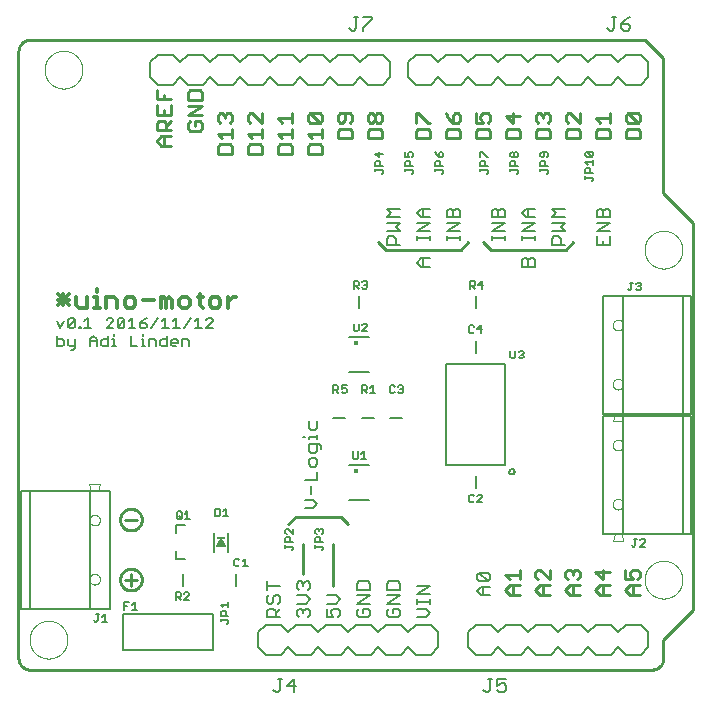
<source format=gto>
G75*
%MOIN*%
%OFA0B0*%
%FSLAX25Y25*%
%IPPOS*%
%LPD*%
%AMOC8*
5,1,8,0,0,1.08239X$1,22.5*
%
%ADD10C,0.01000*%
%ADD11C,0.00800*%
%ADD12C,0.00900*%
%ADD13C,0.00000*%
%ADD14C,0.01200*%
%ADD15C,0.00600*%
%ADD16C,0.00500*%
%ADD17C,0.00300*%
%ADD18C,0.00700*%
%ADD19C,0.01768*%
%ADD20R,0.03150X0.00787*%
D10*
X0005537Y0010800D02*
X0212663Y0010800D01*
X0212787Y0010802D01*
X0212910Y0010808D01*
X0213034Y0010817D01*
X0213156Y0010831D01*
X0213279Y0010848D01*
X0213401Y0010870D01*
X0213522Y0010895D01*
X0213642Y0010924D01*
X0213761Y0010956D01*
X0213880Y0010993D01*
X0213997Y0011033D01*
X0214112Y0011076D01*
X0214227Y0011124D01*
X0214339Y0011175D01*
X0214450Y0011229D01*
X0214560Y0011287D01*
X0214667Y0011348D01*
X0214773Y0011413D01*
X0214876Y0011481D01*
X0214977Y0011552D01*
X0215076Y0011626D01*
X0215173Y0011703D01*
X0215267Y0011784D01*
X0215358Y0011867D01*
X0215447Y0011953D01*
X0215533Y0012042D01*
X0215616Y0012133D01*
X0215697Y0012227D01*
X0215774Y0012324D01*
X0215848Y0012423D01*
X0215919Y0012524D01*
X0215987Y0012627D01*
X0216052Y0012733D01*
X0216113Y0012840D01*
X0216171Y0012950D01*
X0216225Y0013061D01*
X0216276Y0013173D01*
X0216324Y0013288D01*
X0216367Y0013403D01*
X0216407Y0013520D01*
X0216444Y0013639D01*
X0216476Y0013758D01*
X0216505Y0013878D01*
X0216530Y0013999D01*
X0216552Y0014121D01*
X0216569Y0014244D01*
X0216583Y0014366D01*
X0216592Y0014490D01*
X0216598Y0014613D01*
X0216600Y0014737D01*
X0216600Y0020800D01*
X0226600Y0030800D01*
X0226600Y0159800D01*
X0216600Y0169800D01*
X0216600Y0214800D01*
X0210600Y0220800D01*
X0005537Y0220800D01*
X0005413Y0220798D01*
X0005290Y0220792D01*
X0005166Y0220783D01*
X0005044Y0220769D01*
X0004921Y0220752D01*
X0004799Y0220730D01*
X0004678Y0220705D01*
X0004558Y0220676D01*
X0004439Y0220644D01*
X0004320Y0220607D01*
X0004203Y0220567D01*
X0004088Y0220524D01*
X0003973Y0220476D01*
X0003861Y0220425D01*
X0003750Y0220371D01*
X0003640Y0220313D01*
X0003533Y0220252D01*
X0003427Y0220187D01*
X0003324Y0220119D01*
X0003223Y0220048D01*
X0003124Y0219974D01*
X0003027Y0219897D01*
X0002933Y0219816D01*
X0002842Y0219733D01*
X0002753Y0219647D01*
X0002667Y0219558D01*
X0002584Y0219467D01*
X0002503Y0219373D01*
X0002426Y0219276D01*
X0002352Y0219177D01*
X0002281Y0219076D01*
X0002213Y0218973D01*
X0002148Y0218867D01*
X0002087Y0218760D01*
X0002029Y0218650D01*
X0001975Y0218539D01*
X0001924Y0218427D01*
X0001876Y0218312D01*
X0001833Y0218197D01*
X0001793Y0218080D01*
X0001756Y0217961D01*
X0001724Y0217842D01*
X0001695Y0217722D01*
X0001670Y0217601D01*
X0001648Y0217479D01*
X0001631Y0217356D01*
X0001617Y0217234D01*
X0001608Y0217110D01*
X0001602Y0216987D01*
X0001600Y0216863D01*
X0001600Y0014737D01*
X0001602Y0014613D01*
X0001608Y0014490D01*
X0001617Y0014366D01*
X0001631Y0014244D01*
X0001648Y0014121D01*
X0001670Y0013999D01*
X0001695Y0013878D01*
X0001724Y0013758D01*
X0001756Y0013639D01*
X0001793Y0013520D01*
X0001833Y0013403D01*
X0001876Y0013288D01*
X0001924Y0013173D01*
X0001975Y0013061D01*
X0002029Y0012950D01*
X0002087Y0012840D01*
X0002148Y0012733D01*
X0002213Y0012627D01*
X0002281Y0012524D01*
X0002352Y0012423D01*
X0002426Y0012324D01*
X0002503Y0012227D01*
X0002584Y0012133D01*
X0002667Y0012042D01*
X0002753Y0011953D01*
X0002842Y0011867D01*
X0002933Y0011784D01*
X0003027Y0011703D01*
X0003124Y0011626D01*
X0003223Y0011552D01*
X0003324Y0011481D01*
X0003427Y0011413D01*
X0003533Y0011348D01*
X0003640Y0011287D01*
X0003750Y0011229D01*
X0003861Y0011175D01*
X0003973Y0011124D01*
X0004088Y0011076D01*
X0004203Y0011033D01*
X0004320Y0010993D01*
X0004439Y0010956D01*
X0004558Y0010924D01*
X0004678Y0010895D01*
X0004799Y0010870D01*
X0004921Y0010848D01*
X0005044Y0010831D01*
X0005166Y0010817D01*
X0005290Y0010808D01*
X0005413Y0010802D01*
X0005537Y0010800D01*
X0037100Y0040800D02*
X0041100Y0040800D01*
X0035494Y0040800D02*
X0035496Y0040920D01*
X0035502Y0041040D01*
X0035512Y0041159D01*
X0035526Y0041278D01*
X0035544Y0041397D01*
X0035565Y0041515D01*
X0035591Y0041632D01*
X0035621Y0041748D01*
X0035654Y0041863D01*
X0035691Y0041977D01*
X0035732Y0042089D01*
X0035777Y0042201D01*
X0035826Y0042310D01*
X0035878Y0042418D01*
X0035933Y0042525D01*
X0035992Y0042629D01*
X0036055Y0042731D01*
X0036121Y0042831D01*
X0036190Y0042929D01*
X0036262Y0043025D01*
X0036338Y0043118D01*
X0036416Y0043208D01*
X0036498Y0043296D01*
X0036582Y0043381D01*
X0036669Y0043464D01*
X0036759Y0043543D01*
X0036852Y0043619D01*
X0036947Y0043692D01*
X0037044Y0043762D01*
X0037144Y0043829D01*
X0037245Y0043892D01*
X0037349Y0043952D01*
X0037455Y0044009D01*
X0037562Y0044062D01*
X0037672Y0044111D01*
X0037783Y0044157D01*
X0037895Y0044199D01*
X0038009Y0044237D01*
X0038123Y0044271D01*
X0038239Y0044302D01*
X0038356Y0044328D01*
X0038474Y0044351D01*
X0038592Y0044370D01*
X0038711Y0044385D01*
X0038831Y0044396D01*
X0038950Y0044403D01*
X0039070Y0044406D01*
X0039190Y0044405D01*
X0039310Y0044400D01*
X0039429Y0044391D01*
X0039548Y0044378D01*
X0039667Y0044361D01*
X0039785Y0044340D01*
X0039902Y0044316D01*
X0040019Y0044287D01*
X0040134Y0044255D01*
X0040248Y0044218D01*
X0040361Y0044178D01*
X0040473Y0044134D01*
X0040583Y0044087D01*
X0040692Y0044036D01*
X0040798Y0043981D01*
X0040903Y0043923D01*
X0041006Y0043861D01*
X0041107Y0043796D01*
X0041205Y0043728D01*
X0041301Y0043656D01*
X0041395Y0043582D01*
X0041486Y0043504D01*
X0041575Y0043423D01*
X0041660Y0043339D01*
X0041743Y0043253D01*
X0041823Y0043163D01*
X0041901Y0043072D01*
X0041974Y0042977D01*
X0042045Y0042881D01*
X0042113Y0042782D01*
X0042177Y0042680D01*
X0042238Y0042577D01*
X0042295Y0042472D01*
X0042349Y0042365D01*
X0042399Y0042256D01*
X0042446Y0042145D01*
X0042489Y0042033D01*
X0042528Y0041920D01*
X0042563Y0041805D01*
X0042594Y0041690D01*
X0042622Y0041573D01*
X0042646Y0041456D01*
X0042666Y0041337D01*
X0042682Y0041219D01*
X0042694Y0041099D01*
X0042702Y0040980D01*
X0042706Y0040860D01*
X0042706Y0040740D01*
X0042702Y0040620D01*
X0042694Y0040501D01*
X0042682Y0040381D01*
X0042666Y0040263D01*
X0042646Y0040144D01*
X0042622Y0040027D01*
X0042594Y0039910D01*
X0042563Y0039795D01*
X0042528Y0039680D01*
X0042489Y0039567D01*
X0042446Y0039455D01*
X0042399Y0039344D01*
X0042349Y0039235D01*
X0042295Y0039128D01*
X0042238Y0039023D01*
X0042177Y0038920D01*
X0042113Y0038818D01*
X0042045Y0038719D01*
X0041974Y0038623D01*
X0041901Y0038528D01*
X0041823Y0038437D01*
X0041743Y0038347D01*
X0041660Y0038261D01*
X0041575Y0038177D01*
X0041486Y0038096D01*
X0041395Y0038018D01*
X0041301Y0037944D01*
X0041205Y0037872D01*
X0041107Y0037804D01*
X0041006Y0037739D01*
X0040903Y0037677D01*
X0040798Y0037619D01*
X0040692Y0037564D01*
X0040583Y0037513D01*
X0040473Y0037466D01*
X0040361Y0037422D01*
X0040248Y0037382D01*
X0040134Y0037345D01*
X0040019Y0037313D01*
X0039902Y0037284D01*
X0039785Y0037260D01*
X0039667Y0037239D01*
X0039548Y0037222D01*
X0039429Y0037209D01*
X0039310Y0037200D01*
X0039190Y0037195D01*
X0039070Y0037194D01*
X0038950Y0037197D01*
X0038831Y0037204D01*
X0038711Y0037215D01*
X0038592Y0037230D01*
X0038474Y0037249D01*
X0038356Y0037272D01*
X0038239Y0037298D01*
X0038123Y0037329D01*
X0038009Y0037363D01*
X0037895Y0037401D01*
X0037783Y0037443D01*
X0037672Y0037489D01*
X0037562Y0037538D01*
X0037455Y0037591D01*
X0037349Y0037648D01*
X0037245Y0037708D01*
X0037144Y0037771D01*
X0037044Y0037838D01*
X0036947Y0037908D01*
X0036852Y0037981D01*
X0036759Y0038057D01*
X0036669Y0038136D01*
X0036582Y0038219D01*
X0036498Y0038304D01*
X0036416Y0038392D01*
X0036338Y0038482D01*
X0036262Y0038575D01*
X0036190Y0038671D01*
X0036121Y0038769D01*
X0036055Y0038869D01*
X0035992Y0038971D01*
X0035933Y0039075D01*
X0035878Y0039182D01*
X0035826Y0039290D01*
X0035777Y0039399D01*
X0035732Y0039511D01*
X0035691Y0039623D01*
X0035654Y0039737D01*
X0035621Y0039852D01*
X0035591Y0039968D01*
X0035565Y0040085D01*
X0035544Y0040203D01*
X0035526Y0040322D01*
X0035512Y0040441D01*
X0035502Y0040560D01*
X0035496Y0040680D01*
X0035494Y0040800D01*
X0039100Y0038800D02*
X0039100Y0042800D01*
X0035494Y0060800D02*
X0035496Y0060920D01*
X0035502Y0061040D01*
X0035512Y0061159D01*
X0035526Y0061278D01*
X0035544Y0061397D01*
X0035565Y0061515D01*
X0035591Y0061632D01*
X0035621Y0061748D01*
X0035654Y0061863D01*
X0035691Y0061977D01*
X0035732Y0062089D01*
X0035777Y0062201D01*
X0035826Y0062310D01*
X0035878Y0062418D01*
X0035933Y0062525D01*
X0035992Y0062629D01*
X0036055Y0062731D01*
X0036121Y0062831D01*
X0036190Y0062929D01*
X0036262Y0063025D01*
X0036338Y0063118D01*
X0036416Y0063208D01*
X0036498Y0063296D01*
X0036582Y0063381D01*
X0036669Y0063464D01*
X0036759Y0063543D01*
X0036852Y0063619D01*
X0036947Y0063692D01*
X0037044Y0063762D01*
X0037144Y0063829D01*
X0037245Y0063892D01*
X0037349Y0063952D01*
X0037455Y0064009D01*
X0037562Y0064062D01*
X0037672Y0064111D01*
X0037783Y0064157D01*
X0037895Y0064199D01*
X0038009Y0064237D01*
X0038123Y0064271D01*
X0038239Y0064302D01*
X0038356Y0064328D01*
X0038474Y0064351D01*
X0038592Y0064370D01*
X0038711Y0064385D01*
X0038831Y0064396D01*
X0038950Y0064403D01*
X0039070Y0064406D01*
X0039190Y0064405D01*
X0039310Y0064400D01*
X0039429Y0064391D01*
X0039548Y0064378D01*
X0039667Y0064361D01*
X0039785Y0064340D01*
X0039902Y0064316D01*
X0040019Y0064287D01*
X0040134Y0064255D01*
X0040248Y0064218D01*
X0040361Y0064178D01*
X0040473Y0064134D01*
X0040583Y0064087D01*
X0040692Y0064036D01*
X0040798Y0063981D01*
X0040903Y0063923D01*
X0041006Y0063861D01*
X0041107Y0063796D01*
X0041205Y0063728D01*
X0041301Y0063656D01*
X0041395Y0063582D01*
X0041486Y0063504D01*
X0041575Y0063423D01*
X0041660Y0063339D01*
X0041743Y0063253D01*
X0041823Y0063163D01*
X0041901Y0063072D01*
X0041974Y0062977D01*
X0042045Y0062881D01*
X0042113Y0062782D01*
X0042177Y0062680D01*
X0042238Y0062577D01*
X0042295Y0062472D01*
X0042349Y0062365D01*
X0042399Y0062256D01*
X0042446Y0062145D01*
X0042489Y0062033D01*
X0042528Y0061920D01*
X0042563Y0061805D01*
X0042594Y0061690D01*
X0042622Y0061573D01*
X0042646Y0061456D01*
X0042666Y0061337D01*
X0042682Y0061219D01*
X0042694Y0061099D01*
X0042702Y0060980D01*
X0042706Y0060860D01*
X0042706Y0060740D01*
X0042702Y0060620D01*
X0042694Y0060501D01*
X0042682Y0060381D01*
X0042666Y0060263D01*
X0042646Y0060144D01*
X0042622Y0060027D01*
X0042594Y0059910D01*
X0042563Y0059795D01*
X0042528Y0059680D01*
X0042489Y0059567D01*
X0042446Y0059455D01*
X0042399Y0059344D01*
X0042349Y0059235D01*
X0042295Y0059128D01*
X0042238Y0059023D01*
X0042177Y0058920D01*
X0042113Y0058818D01*
X0042045Y0058719D01*
X0041974Y0058623D01*
X0041901Y0058528D01*
X0041823Y0058437D01*
X0041743Y0058347D01*
X0041660Y0058261D01*
X0041575Y0058177D01*
X0041486Y0058096D01*
X0041395Y0058018D01*
X0041301Y0057944D01*
X0041205Y0057872D01*
X0041107Y0057804D01*
X0041006Y0057739D01*
X0040903Y0057677D01*
X0040798Y0057619D01*
X0040692Y0057564D01*
X0040583Y0057513D01*
X0040473Y0057466D01*
X0040361Y0057422D01*
X0040248Y0057382D01*
X0040134Y0057345D01*
X0040019Y0057313D01*
X0039902Y0057284D01*
X0039785Y0057260D01*
X0039667Y0057239D01*
X0039548Y0057222D01*
X0039429Y0057209D01*
X0039310Y0057200D01*
X0039190Y0057195D01*
X0039070Y0057194D01*
X0038950Y0057197D01*
X0038831Y0057204D01*
X0038711Y0057215D01*
X0038592Y0057230D01*
X0038474Y0057249D01*
X0038356Y0057272D01*
X0038239Y0057298D01*
X0038123Y0057329D01*
X0038009Y0057363D01*
X0037895Y0057401D01*
X0037783Y0057443D01*
X0037672Y0057489D01*
X0037562Y0057538D01*
X0037455Y0057591D01*
X0037349Y0057648D01*
X0037245Y0057708D01*
X0037144Y0057771D01*
X0037044Y0057838D01*
X0036947Y0057908D01*
X0036852Y0057981D01*
X0036759Y0058057D01*
X0036669Y0058136D01*
X0036582Y0058219D01*
X0036498Y0058304D01*
X0036416Y0058392D01*
X0036338Y0058482D01*
X0036262Y0058575D01*
X0036190Y0058671D01*
X0036121Y0058769D01*
X0036055Y0058869D01*
X0035992Y0058971D01*
X0035933Y0059075D01*
X0035878Y0059182D01*
X0035826Y0059290D01*
X0035777Y0059399D01*
X0035732Y0059511D01*
X0035691Y0059623D01*
X0035654Y0059737D01*
X0035621Y0059852D01*
X0035591Y0059968D01*
X0035565Y0060085D01*
X0035544Y0060203D01*
X0035526Y0060322D01*
X0035512Y0060441D01*
X0035502Y0060560D01*
X0035496Y0060680D01*
X0035494Y0060800D01*
X0037100Y0060800D02*
X0041100Y0060800D01*
X0091600Y0059300D02*
X0094100Y0061800D01*
X0109100Y0061800D01*
X0111600Y0059300D01*
X0106600Y0052800D02*
X0106600Y0038800D01*
X0096600Y0042800D02*
X0096600Y0052800D01*
X0124100Y0150800D02*
X0149100Y0150800D01*
X0151600Y0153300D01*
X0156600Y0153300D02*
X0159100Y0150800D01*
X0184100Y0150800D01*
X0186600Y0153300D01*
X0124100Y0150800D02*
X0121600Y0153300D01*
D11*
X0124496Y0152388D02*
X0124496Y0154490D01*
X0125197Y0155191D01*
X0126598Y0155191D01*
X0127299Y0154490D01*
X0127299Y0152388D01*
X0128700Y0152388D02*
X0124496Y0152388D01*
X0124496Y0156992D02*
X0128700Y0156992D01*
X0127299Y0158393D01*
X0128700Y0159795D01*
X0124496Y0159795D01*
X0124496Y0161596D02*
X0125898Y0162997D01*
X0124496Y0164398D01*
X0128700Y0164398D01*
X0128700Y0161596D02*
X0124496Y0161596D01*
X0134496Y0162997D02*
X0135898Y0164398D01*
X0138700Y0164398D01*
X0136598Y0164398D02*
X0136598Y0161596D01*
X0135898Y0161596D02*
X0134496Y0162997D01*
X0135898Y0161596D02*
X0138700Y0161596D01*
X0138700Y0159795D02*
X0134496Y0159795D01*
X0134496Y0156992D02*
X0138700Y0159795D01*
X0138700Y0156992D02*
X0134496Y0156992D01*
X0134496Y0155324D02*
X0134496Y0153923D01*
X0134496Y0154623D02*
X0138700Y0154623D01*
X0138700Y0153923D02*
X0138700Y0155324D01*
X0144496Y0155324D02*
X0144496Y0153923D01*
X0144496Y0154623D02*
X0148700Y0154623D01*
X0148700Y0153923D02*
X0148700Y0155324D01*
X0148700Y0156992D02*
X0144496Y0156992D01*
X0148700Y0159795D01*
X0144496Y0159795D01*
X0144496Y0161596D02*
X0144496Y0163698D01*
X0145197Y0164398D01*
X0145898Y0164398D01*
X0146598Y0163698D01*
X0146598Y0161596D01*
X0148700Y0161596D02*
X0144496Y0161596D01*
X0146598Y0163698D02*
X0147299Y0164398D01*
X0147999Y0164398D01*
X0148700Y0163698D01*
X0148700Y0161596D01*
X0159496Y0161596D02*
X0159496Y0163698D01*
X0160197Y0164398D01*
X0160898Y0164398D01*
X0161598Y0163698D01*
X0161598Y0161596D01*
X0163700Y0161596D02*
X0159496Y0161596D01*
X0159496Y0159795D02*
X0163700Y0159795D01*
X0159496Y0156992D01*
X0163700Y0156992D01*
X0163700Y0155324D02*
X0163700Y0153923D01*
X0163700Y0154623D02*
X0159496Y0154623D01*
X0159496Y0153923D02*
X0159496Y0155324D01*
X0163700Y0161596D02*
X0163700Y0163698D01*
X0162999Y0164398D01*
X0162299Y0164398D01*
X0161598Y0163698D01*
X0169496Y0162997D02*
X0170898Y0161596D01*
X0173700Y0161596D01*
X0173700Y0159795D02*
X0169496Y0159795D01*
X0171598Y0161596D02*
X0171598Y0164398D01*
X0170898Y0164398D02*
X0173700Y0164398D01*
X0170898Y0164398D02*
X0169496Y0162997D01*
X0173700Y0159795D02*
X0169496Y0156992D01*
X0173700Y0156992D01*
X0173700Y0155324D02*
X0173700Y0153923D01*
X0173700Y0154623D02*
X0169496Y0154623D01*
X0169496Y0153923D02*
X0169496Y0155324D01*
X0170197Y0147898D02*
X0170898Y0147898D01*
X0171598Y0147198D01*
X0171598Y0145096D01*
X0169496Y0145096D02*
X0169496Y0147198D01*
X0170197Y0147898D01*
X0171598Y0147198D02*
X0172299Y0147898D01*
X0172999Y0147898D01*
X0173700Y0147198D01*
X0173700Y0145096D01*
X0169496Y0145096D01*
X0179496Y0152388D02*
X0179496Y0154490D01*
X0180197Y0155191D01*
X0181598Y0155191D01*
X0182299Y0154490D01*
X0182299Y0152388D01*
X0183700Y0152388D02*
X0179496Y0152388D01*
X0179496Y0156992D02*
X0183700Y0156992D01*
X0182299Y0158393D01*
X0183700Y0159795D01*
X0179496Y0159795D01*
X0179496Y0161596D02*
X0180898Y0162997D01*
X0179496Y0164398D01*
X0183700Y0164398D01*
X0183700Y0161596D02*
X0179496Y0161596D01*
X0194496Y0161596D02*
X0194496Y0163698D01*
X0195197Y0164398D01*
X0195898Y0164398D01*
X0196598Y0163698D01*
X0196598Y0161596D01*
X0198700Y0161596D02*
X0194496Y0161596D01*
X0194496Y0159795D02*
X0198700Y0159795D01*
X0194496Y0156992D01*
X0198700Y0156992D01*
X0198700Y0155191D02*
X0198700Y0152388D01*
X0194496Y0152388D01*
X0194496Y0155191D01*
X0196598Y0153789D02*
X0196598Y0152388D01*
X0198700Y0161596D02*
X0198700Y0163698D01*
X0197999Y0164398D01*
X0197299Y0164398D01*
X0196598Y0163698D01*
X0194100Y0205800D02*
X0191600Y0208300D01*
X0189100Y0205800D01*
X0184100Y0205800D01*
X0181600Y0208300D01*
X0179100Y0205800D01*
X0174100Y0205800D01*
X0171600Y0208300D01*
X0169100Y0205800D01*
X0164100Y0205800D01*
X0161600Y0208300D01*
X0159100Y0205800D01*
X0154100Y0205800D01*
X0151600Y0208300D01*
X0149100Y0205800D01*
X0144100Y0205800D01*
X0141600Y0208300D01*
X0139100Y0205800D01*
X0134100Y0205800D01*
X0131600Y0208300D01*
X0131600Y0213300D01*
X0134100Y0215800D01*
X0139100Y0215800D01*
X0141600Y0213300D01*
X0144100Y0215800D01*
X0149100Y0215800D01*
X0151600Y0213300D01*
X0154100Y0215800D01*
X0159100Y0215800D01*
X0161600Y0213300D01*
X0164100Y0215800D01*
X0169100Y0215800D01*
X0171600Y0213300D01*
X0174100Y0215800D01*
X0179100Y0215800D01*
X0181600Y0213300D01*
X0184100Y0215800D01*
X0189100Y0215800D01*
X0191600Y0213300D01*
X0194100Y0215800D01*
X0199100Y0215800D01*
X0201600Y0213300D01*
X0204100Y0215800D01*
X0209100Y0215800D01*
X0211600Y0213300D01*
X0211600Y0208300D01*
X0209100Y0205800D01*
X0204100Y0205800D01*
X0201600Y0208300D01*
X0199100Y0205800D01*
X0194100Y0205800D01*
X0138700Y0147898D02*
X0135898Y0147898D01*
X0134496Y0146497D01*
X0135898Y0145096D01*
X0138700Y0145096D01*
X0136598Y0145096D02*
X0136598Y0147898D01*
X0154100Y0135300D02*
X0154100Y0131300D01*
X0154100Y0120300D02*
X0154100Y0116300D01*
X0144257Y0112532D02*
X0163943Y0112532D01*
X0163943Y0079068D01*
X0144257Y0079068D01*
X0144257Y0112532D01*
X0129600Y0094800D02*
X0125600Y0094800D01*
X0120100Y0094800D02*
X0116100Y0094800D01*
X0110600Y0094800D02*
X0106600Y0094800D01*
X0101200Y0093591D02*
X0101200Y0091489D01*
X0100499Y0090789D01*
X0099098Y0090789D01*
X0098398Y0091489D01*
X0098398Y0093591D01*
X0098398Y0088420D02*
X0101200Y0088420D01*
X0101200Y0087720D02*
X0101200Y0089121D01*
X0098398Y0088420D02*
X0098398Y0087720D01*
X0096996Y0088420D02*
X0096296Y0088420D01*
X0098398Y0085918D02*
X0098398Y0083816D01*
X0099098Y0083116D01*
X0100499Y0083116D01*
X0101200Y0083816D01*
X0101200Y0085918D01*
X0101901Y0085918D02*
X0098398Y0085918D01*
X0101901Y0085918D02*
X0102601Y0085217D01*
X0102601Y0084517D01*
X0100499Y0081314D02*
X0099098Y0081314D01*
X0098398Y0080614D01*
X0098398Y0079212D01*
X0099098Y0078512D01*
X0100499Y0078512D01*
X0101200Y0079212D01*
X0101200Y0080614D01*
X0100499Y0081314D01*
X0101200Y0076710D02*
X0101200Y0073908D01*
X0096996Y0073908D01*
X0099098Y0072106D02*
X0099098Y0069304D01*
X0099799Y0067502D02*
X0096996Y0067502D01*
X0099799Y0067502D02*
X0101200Y0066101D01*
X0099799Y0064700D01*
X0096996Y0064700D01*
X0097299Y0040210D02*
X0097999Y0040210D01*
X0098700Y0039510D01*
X0098700Y0038108D01*
X0097999Y0037408D01*
X0097299Y0035606D02*
X0094496Y0035606D01*
X0095197Y0037408D02*
X0094496Y0038108D01*
X0094496Y0039510D01*
X0095197Y0040210D01*
X0095898Y0040210D01*
X0096598Y0039510D01*
X0097299Y0040210D01*
X0096598Y0039510D02*
X0096598Y0038809D01*
X0097299Y0035606D02*
X0098700Y0034205D01*
X0097299Y0032804D01*
X0094496Y0032804D01*
X0095197Y0031002D02*
X0095898Y0031002D01*
X0096598Y0030302D01*
X0097299Y0031002D01*
X0097999Y0031002D01*
X0098700Y0030302D01*
X0098700Y0028901D01*
X0097999Y0028200D01*
X0096598Y0029601D02*
X0096598Y0030302D01*
X0095197Y0031002D02*
X0094496Y0030302D01*
X0094496Y0028901D01*
X0095197Y0028200D01*
X0094100Y0025800D02*
X0099100Y0025800D01*
X0101600Y0023300D01*
X0104100Y0025800D01*
X0109100Y0025800D01*
X0111600Y0023300D01*
X0114100Y0025800D01*
X0119100Y0025800D01*
X0121600Y0023300D01*
X0124100Y0025800D01*
X0129100Y0025800D01*
X0131600Y0023300D01*
X0134100Y0025800D01*
X0139100Y0025800D01*
X0141600Y0023300D01*
X0141600Y0018300D01*
X0139100Y0015800D01*
X0134100Y0015800D01*
X0131600Y0018300D01*
X0129100Y0015800D01*
X0124100Y0015800D01*
X0121600Y0018300D01*
X0119100Y0015800D01*
X0114100Y0015800D01*
X0111600Y0018300D01*
X0109100Y0015800D01*
X0104100Y0015800D01*
X0101600Y0018300D01*
X0099100Y0015800D01*
X0094100Y0015800D01*
X0091600Y0018300D01*
X0089100Y0015800D01*
X0084100Y0015800D01*
X0081600Y0018300D01*
X0081600Y0023300D01*
X0084100Y0025800D01*
X0089100Y0025800D01*
X0091600Y0023300D01*
X0094100Y0025800D01*
X0088700Y0028200D02*
X0084496Y0028200D01*
X0084496Y0030302D01*
X0085197Y0031002D01*
X0086598Y0031002D01*
X0087299Y0030302D01*
X0087299Y0028200D01*
X0087299Y0029601D02*
X0088700Y0031002D01*
X0087999Y0032804D02*
X0088700Y0033505D01*
X0088700Y0034906D01*
X0087999Y0035606D01*
X0087299Y0035606D01*
X0086598Y0034906D01*
X0086598Y0033505D01*
X0085898Y0032804D01*
X0085197Y0032804D01*
X0084496Y0033505D01*
X0084496Y0034906D01*
X0085197Y0035606D01*
X0084496Y0037408D02*
X0084496Y0040210D01*
X0084496Y0038809D02*
X0088700Y0038809D01*
X0074100Y0038800D02*
X0074100Y0042800D01*
X0071364Y0050150D02*
X0071364Y0056450D01*
X0069100Y0054284D02*
X0067919Y0051922D01*
X0070281Y0051922D01*
X0069100Y0054284D01*
X0069100Y0053694D02*
X0068313Y0052119D01*
X0069887Y0052119D01*
X0069100Y0053694D01*
X0068814Y0053121D02*
X0069386Y0053121D01*
X0069786Y0052323D02*
X0068414Y0052323D01*
X0066836Y0050150D02*
X0066836Y0056450D01*
X0057200Y0058900D02*
X0054000Y0058900D01*
X0054000Y0056306D01*
X0054000Y0050294D02*
X0054000Y0047700D01*
X0057200Y0047700D01*
X0056600Y0042800D02*
X0056600Y0038800D01*
X0066600Y0029300D02*
X0066600Y0017300D01*
X0036600Y0017300D01*
X0036600Y0029300D01*
X0066600Y0029300D01*
X0104496Y0028200D02*
X0106598Y0028200D01*
X0105898Y0029601D01*
X0105898Y0030302D01*
X0106598Y0031002D01*
X0107999Y0031002D01*
X0108700Y0030302D01*
X0108700Y0028901D01*
X0107999Y0028200D01*
X0104496Y0028200D02*
X0104496Y0031002D01*
X0104496Y0032804D02*
X0107299Y0032804D01*
X0108700Y0034205D01*
X0107299Y0035606D01*
X0104496Y0035606D01*
X0114496Y0035606D02*
X0118700Y0035606D01*
X0114496Y0032804D01*
X0118700Y0032804D01*
X0117999Y0031002D02*
X0116598Y0031002D01*
X0116598Y0029601D01*
X0115197Y0028200D02*
X0117999Y0028200D01*
X0118700Y0028901D01*
X0118700Y0030302D01*
X0117999Y0031002D01*
X0115197Y0031002D02*
X0114496Y0030302D01*
X0114496Y0028901D01*
X0115197Y0028200D01*
X0114496Y0037408D02*
X0114496Y0039510D01*
X0115197Y0040210D01*
X0117999Y0040210D01*
X0118700Y0039510D01*
X0118700Y0037408D01*
X0114496Y0037408D01*
X0124496Y0037408D02*
X0124496Y0039510D01*
X0125197Y0040210D01*
X0127999Y0040210D01*
X0128700Y0039510D01*
X0128700Y0037408D01*
X0124496Y0037408D01*
X0124496Y0035606D02*
X0128700Y0035606D01*
X0124496Y0032804D01*
X0128700Y0032804D01*
X0127999Y0031002D02*
X0126598Y0031002D01*
X0126598Y0029601D01*
X0125197Y0028200D02*
X0127999Y0028200D01*
X0128700Y0028901D01*
X0128700Y0030302D01*
X0127999Y0031002D01*
X0125197Y0031002D02*
X0124496Y0030302D01*
X0124496Y0028901D01*
X0125197Y0028200D01*
X0134496Y0028200D02*
X0137299Y0028200D01*
X0138700Y0029601D01*
X0137299Y0031002D01*
X0134496Y0031002D01*
X0134496Y0032804D02*
X0134496Y0034205D01*
X0134496Y0033505D02*
X0138700Y0033505D01*
X0138700Y0034205D02*
X0138700Y0032804D01*
X0138700Y0035873D02*
X0134496Y0035873D01*
X0138700Y0038676D01*
X0134496Y0038676D01*
X0151600Y0023300D02*
X0154100Y0025800D01*
X0159100Y0025800D01*
X0161600Y0023300D01*
X0164100Y0025800D01*
X0169100Y0025800D01*
X0171600Y0023300D01*
X0174100Y0025800D01*
X0179100Y0025800D01*
X0181600Y0023300D01*
X0184100Y0025800D01*
X0189100Y0025800D01*
X0191600Y0023300D01*
X0194100Y0025800D01*
X0199100Y0025800D01*
X0201600Y0023300D01*
X0204100Y0025800D01*
X0209100Y0025800D01*
X0211600Y0023300D01*
X0211600Y0018300D01*
X0209100Y0015800D01*
X0204100Y0015800D01*
X0201600Y0018300D01*
X0199100Y0015800D01*
X0194100Y0015800D01*
X0191600Y0018300D01*
X0189100Y0015800D01*
X0184100Y0015800D01*
X0181600Y0018300D01*
X0179100Y0015800D01*
X0174100Y0015800D01*
X0171600Y0018300D01*
X0169100Y0015800D01*
X0164100Y0015800D01*
X0161600Y0018300D01*
X0159100Y0015800D01*
X0154100Y0015800D01*
X0151600Y0018300D01*
X0151600Y0023300D01*
X0155898Y0035700D02*
X0154496Y0037101D01*
X0155898Y0038502D01*
X0158700Y0038502D01*
X0157999Y0040304D02*
X0155197Y0040304D01*
X0154496Y0041005D01*
X0154496Y0042406D01*
X0155197Y0043106D01*
X0157999Y0040304D01*
X0158700Y0041005D01*
X0158700Y0042406D01*
X0157999Y0043106D01*
X0155197Y0043106D01*
X0156598Y0038502D02*
X0156598Y0035700D01*
X0155898Y0035700D02*
X0158700Y0035700D01*
X0154100Y0071300D02*
X0154100Y0075300D01*
X0165222Y0076800D02*
X0165224Y0076859D01*
X0165230Y0076917D01*
X0165240Y0076975D01*
X0165253Y0077032D01*
X0165271Y0077088D01*
X0165292Y0077143D01*
X0165316Y0077196D01*
X0165345Y0077247D01*
X0165376Y0077297D01*
X0165411Y0077344D01*
X0165449Y0077389D01*
X0165490Y0077431D01*
X0165533Y0077470D01*
X0165579Y0077507D01*
X0165628Y0077540D01*
X0165678Y0077570D01*
X0165730Y0077596D01*
X0165784Y0077619D01*
X0165840Y0077639D01*
X0165896Y0077654D01*
X0165954Y0077666D01*
X0166012Y0077674D01*
X0166071Y0077678D01*
X0166129Y0077678D01*
X0166188Y0077674D01*
X0166246Y0077666D01*
X0166304Y0077654D01*
X0166360Y0077639D01*
X0166416Y0077619D01*
X0166470Y0077596D01*
X0166522Y0077570D01*
X0166572Y0077540D01*
X0166621Y0077507D01*
X0166667Y0077470D01*
X0166710Y0077431D01*
X0166751Y0077389D01*
X0166789Y0077344D01*
X0166824Y0077297D01*
X0166855Y0077247D01*
X0166884Y0077196D01*
X0166908Y0077143D01*
X0166929Y0077088D01*
X0166947Y0077032D01*
X0166960Y0076975D01*
X0166970Y0076917D01*
X0166976Y0076859D01*
X0166978Y0076800D01*
X0166976Y0076741D01*
X0166970Y0076683D01*
X0166960Y0076625D01*
X0166947Y0076568D01*
X0166929Y0076512D01*
X0166908Y0076457D01*
X0166884Y0076404D01*
X0166855Y0076353D01*
X0166824Y0076303D01*
X0166789Y0076256D01*
X0166751Y0076211D01*
X0166710Y0076169D01*
X0166667Y0076130D01*
X0166621Y0076093D01*
X0166572Y0076060D01*
X0166522Y0076030D01*
X0166470Y0076004D01*
X0166416Y0075981D01*
X0166360Y0075961D01*
X0166304Y0075946D01*
X0166246Y0075934D01*
X0166188Y0075926D01*
X0166129Y0075922D01*
X0166071Y0075922D01*
X0166012Y0075926D01*
X0165954Y0075934D01*
X0165896Y0075946D01*
X0165840Y0075961D01*
X0165784Y0075981D01*
X0165730Y0076004D01*
X0165678Y0076030D01*
X0165628Y0076060D01*
X0165579Y0076093D01*
X0165533Y0076130D01*
X0165490Y0076169D01*
X0165449Y0076211D01*
X0165411Y0076256D01*
X0165376Y0076303D01*
X0165345Y0076353D01*
X0165316Y0076404D01*
X0165292Y0076457D01*
X0165271Y0076512D01*
X0165253Y0076568D01*
X0165240Y0076625D01*
X0165230Y0076683D01*
X0165224Y0076741D01*
X0165222Y0076800D01*
X0115100Y0131300D02*
X0115100Y0135300D01*
X0113100Y0205800D02*
X0108100Y0205800D01*
X0105600Y0208300D01*
X0103100Y0205800D01*
X0098100Y0205800D01*
X0095600Y0208300D01*
X0093100Y0205800D01*
X0088100Y0205800D01*
X0085600Y0208300D01*
X0083100Y0205800D01*
X0078100Y0205800D01*
X0075600Y0208300D01*
X0073100Y0205800D01*
X0068100Y0205800D01*
X0065600Y0208300D01*
X0063100Y0205800D01*
X0058100Y0205800D01*
X0055600Y0208300D01*
X0053100Y0205800D01*
X0048100Y0205800D01*
X0045600Y0208300D01*
X0045600Y0213300D01*
X0048100Y0215800D01*
X0053100Y0215800D01*
X0055600Y0213300D01*
X0058100Y0215800D01*
X0063100Y0215800D01*
X0065600Y0213300D01*
X0068100Y0215800D01*
X0073100Y0215800D01*
X0075600Y0213300D01*
X0078100Y0215800D01*
X0083100Y0215800D01*
X0085600Y0213300D01*
X0088100Y0215800D01*
X0093100Y0215800D01*
X0095600Y0213300D01*
X0098100Y0215800D01*
X0103100Y0215800D01*
X0105600Y0213300D01*
X0108100Y0215800D01*
X0113100Y0215800D01*
X0115600Y0213300D01*
X0118100Y0215800D01*
X0123100Y0215800D01*
X0125600Y0213300D01*
X0125600Y0208300D01*
X0123100Y0205800D01*
X0118100Y0205800D01*
X0115600Y0208300D01*
X0113100Y0205800D01*
D12*
X0111966Y0196230D02*
X0108830Y0196230D01*
X0108046Y0195446D01*
X0108046Y0193878D01*
X0108830Y0193094D01*
X0109614Y0193094D01*
X0110398Y0193878D01*
X0110398Y0196230D01*
X0111966Y0196230D02*
X0112750Y0195446D01*
X0112750Y0193878D01*
X0111966Y0193094D01*
X0111966Y0191073D02*
X0108830Y0191073D01*
X0108046Y0190289D01*
X0108046Y0187937D01*
X0112750Y0187937D01*
X0112750Y0190289D01*
X0111966Y0191073D01*
X0118046Y0190289D02*
X0118046Y0187937D01*
X0122750Y0187937D01*
X0122750Y0190289D01*
X0121966Y0191073D01*
X0118830Y0191073D01*
X0118046Y0190289D01*
X0118830Y0193094D02*
X0118046Y0193878D01*
X0118046Y0195446D01*
X0118830Y0196230D01*
X0119614Y0196230D01*
X0120398Y0195446D01*
X0120398Y0193878D01*
X0119614Y0193094D01*
X0118830Y0193094D01*
X0120398Y0193878D02*
X0121182Y0193094D01*
X0121966Y0193094D01*
X0122750Y0193878D01*
X0122750Y0195446D01*
X0121966Y0196230D01*
X0121182Y0196230D01*
X0120398Y0195446D01*
X0134046Y0196230D02*
X0134046Y0193094D01*
X0134830Y0191073D02*
X0134046Y0190289D01*
X0134046Y0187937D01*
X0138750Y0187937D01*
X0138750Y0190289D01*
X0137966Y0191073D01*
X0134830Y0191073D01*
X0137966Y0193094D02*
X0138750Y0193094D01*
X0137966Y0193094D02*
X0134830Y0196230D01*
X0134046Y0196230D01*
X0144046Y0196230D02*
X0144830Y0194662D01*
X0146398Y0193094D01*
X0146398Y0195446D01*
X0147182Y0196230D01*
X0147966Y0196230D01*
X0148750Y0195446D01*
X0148750Y0193878D01*
X0147966Y0193094D01*
X0146398Y0193094D01*
X0144830Y0191073D02*
X0144046Y0190289D01*
X0144046Y0187937D01*
X0148750Y0187937D01*
X0148750Y0190289D01*
X0147966Y0191073D01*
X0144830Y0191073D01*
X0154046Y0190289D02*
X0154046Y0187937D01*
X0158750Y0187937D01*
X0158750Y0190289D01*
X0157966Y0191073D01*
X0154830Y0191073D01*
X0154046Y0190289D01*
X0154046Y0193094D02*
X0156398Y0193094D01*
X0155614Y0194662D01*
X0155614Y0195446D01*
X0156398Y0196230D01*
X0157966Y0196230D01*
X0158750Y0195446D01*
X0158750Y0193878D01*
X0157966Y0193094D01*
X0154046Y0193094D02*
X0154046Y0196230D01*
X0164046Y0195446D02*
X0166398Y0193094D01*
X0166398Y0196230D01*
X0168750Y0195446D02*
X0164046Y0195446D01*
X0164830Y0191073D02*
X0164046Y0190289D01*
X0164046Y0187937D01*
X0168750Y0187937D01*
X0168750Y0190289D01*
X0167966Y0191073D01*
X0164830Y0191073D01*
X0174046Y0190289D02*
X0174046Y0187937D01*
X0178750Y0187937D01*
X0178750Y0190289D01*
X0177966Y0191073D01*
X0174830Y0191073D01*
X0174046Y0190289D01*
X0174830Y0193094D02*
X0174046Y0193878D01*
X0174046Y0195446D01*
X0174830Y0196230D01*
X0175614Y0196230D01*
X0176398Y0195446D01*
X0177182Y0196230D01*
X0177966Y0196230D01*
X0178750Y0195446D01*
X0178750Y0193878D01*
X0177966Y0193094D01*
X0176398Y0194662D02*
X0176398Y0195446D01*
X0184046Y0195446D02*
X0184046Y0193878D01*
X0184830Y0193094D01*
X0184830Y0191073D02*
X0184046Y0190289D01*
X0184046Y0187937D01*
X0188750Y0187937D01*
X0188750Y0190289D01*
X0187966Y0191073D01*
X0184830Y0191073D01*
X0188750Y0193094D02*
X0185614Y0196230D01*
X0184830Y0196230D01*
X0184046Y0195446D01*
X0188750Y0196230D02*
X0188750Y0193094D01*
X0194046Y0194662D02*
X0195614Y0193094D01*
X0194830Y0191073D02*
X0194046Y0190289D01*
X0194046Y0187937D01*
X0198750Y0187937D01*
X0198750Y0190289D01*
X0197966Y0191073D01*
X0194830Y0191073D01*
X0194046Y0194662D02*
X0198750Y0194662D01*
X0198750Y0193094D02*
X0198750Y0196230D01*
X0204046Y0195446D02*
X0204046Y0193878D01*
X0204830Y0193094D01*
X0207966Y0193094D01*
X0204830Y0196230D01*
X0207966Y0196230D01*
X0208750Y0195446D01*
X0208750Y0193878D01*
X0207966Y0193094D01*
X0207966Y0191073D02*
X0204830Y0191073D01*
X0204046Y0190289D01*
X0204046Y0187937D01*
X0208750Y0187937D01*
X0208750Y0190289D01*
X0207966Y0191073D01*
X0204046Y0195446D02*
X0204830Y0196230D01*
X0102750Y0195446D02*
X0102750Y0193878D01*
X0101966Y0193094D01*
X0098830Y0196230D01*
X0101966Y0196230D01*
X0102750Y0195446D01*
X0101966Y0193094D02*
X0098830Y0193094D01*
X0098046Y0193878D01*
X0098046Y0195446D01*
X0098830Y0196230D01*
X0102750Y0191073D02*
X0102750Y0187937D01*
X0102750Y0189505D02*
X0098046Y0189505D01*
X0099614Y0187937D01*
X0098830Y0185917D02*
X0098046Y0185133D01*
X0098046Y0182781D01*
X0102750Y0182781D01*
X0102750Y0185133D01*
X0101966Y0185917D01*
X0098830Y0185917D01*
X0092750Y0185133D02*
X0092750Y0182781D01*
X0088046Y0182781D01*
X0088046Y0185133D01*
X0088830Y0185917D01*
X0091966Y0185917D01*
X0092750Y0185133D01*
X0092750Y0187937D02*
X0092750Y0191073D01*
X0092750Y0189505D02*
X0088046Y0189505D01*
X0089614Y0187937D01*
X0089614Y0193094D02*
X0088046Y0194662D01*
X0092750Y0194662D01*
X0092750Y0193094D02*
X0092750Y0196230D01*
X0082750Y0196230D02*
X0082750Y0193094D01*
X0079614Y0196230D01*
X0078830Y0196230D01*
X0078046Y0195446D01*
X0078046Y0193878D01*
X0078830Y0193094D01*
X0078046Y0189505D02*
X0082750Y0189505D01*
X0082750Y0187937D02*
X0082750Y0191073D01*
X0079614Y0187937D02*
X0078046Y0189505D01*
X0078830Y0185917D02*
X0078046Y0185133D01*
X0078046Y0182781D01*
X0082750Y0182781D01*
X0082750Y0185133D01*
X0081966Y0185917D01*
X0078830Y0185917D01*
X0072750Y0185133D02*
X0072750Y0182781D01*
X0068046Y0182781D01*
X0068046Y0185133D01*
X0068830Y0185917D01*
X0071966Y0185917D01*
X0072750Y0185133D01*
X0072750Y0187937D02*
X0072750Y0191073D01*
X0072750Y0189505D02*
X0068046Y0189505D01*
X0069614Y0187937D01*
X0068830Y0193094D02*
X0068046Y0193878D01*
X0068046Y0195446D01*
X0068830Y0196230D01*
X0069614Y0196230D01*
X0070398Y0195446D01*
X0071182Y0196230D01*
X0071966Y0196230D01*
X0072750Y0195446D01*
X0072750Y0193878D01*
X0071966Y0193094D01*
X0070398Y0194662D02*
X0070398Y0195446D01*
X0062825Y0195639D02*
X0058121Y0195639D01*
X0062825Y0198775D01*
X0058121Y0198775D01*
X0058121Y0200796D02*
X0058121Y0203148D01*
X0058905Y0203932D01*
X0062041Y0203932D01*
X0062825Y0203148D01*
X0062825Y0200796D01*
X0058121Y0200796D01*
X0052367Y0200896D02*
X0047663Y0200896D01*
X0047663Y0204032D01*
X0050015Y0202464D02*
X0050015Y0200896D01*
X0047663Y0198875D02*
X0047663Y0195739D01*
X0052367Y0195739D01*
X0052367Y0198875D01*
X0050015Y0197307D02*
X0050015Y0195739D01*
X0050015Y0193719D02*
X0050799Y0192935D01*
X0050799Y0190583D01*
X0050799Y0192151D02*
X0052367Y0193719D01*
X0050015Y0193719D02*
X0048447Y0193719D01*
X0047663Y0192935D01*
X0047663Y0190583D01*
X0052367Y0190583D01*
X0052367Y0188562D02*
X0049231Y0188562D01*
X0047663Y0186994D01*
X0049231Y0185426D01*
X0052367Y0185426D01*
X0050015Y0185426D02*
X0050015Y0188562D01*
X0058121Y0191267D02*
X0058905Y0190483D01*
X0062041Y0190483D01*
X0062825Y0191267D01*
X0062825Y0192835D01*
X0062041Y0193619D01*
X0060473Y0193619D01*
X0060473Y0192051D01*
X0058905Y0193619D02*
X0058121Y0192835D01*
X0058121Y0191267D01*
X0168650Y0044042D02*
X0168650Y0040906D01*
X0168650Y0042474D02*
X0163946Y0042474D01*
X0165514Y0040906D01*
X0165514Y0038886D02*
X0163946Y0037318D01*
X0165514Y0035750D01*
X0168650Y0035750D01*
X0166298Y0035750D02*
X0166298Y0038886D01*
X0165514Y0038886D02*
X0168650Y0038886D01*
X0173946Y0037318D02*
X0175514Y0035750D01*
X0178650Y0035750D01*
X0176298Y0035750D02*
X0176298Y0038886D01*
X0175514Y0038886D02*
X0178650Y0038886D01*
X0178650Y0040906D02*
X0175514Y0044042D01*
X0174730Y0044042D01*
X0173946Y0043258D01*
X0173946Y0041690D01*
X0174730Y0040906D01*
X0175514Y0038886D02*
X0173946Y0037318D01*
X0178650Y0040906D02*
X0178650Y0044042D01*
X0183946Y0043258D02*
X0184730Y0044042D01*
X0185514Y0044042D01*
X0186298Y0043258D01*
X0187082Y0044042D01*
X0187866Y0044042D01*
X0188650Y0043258D01*
X0188650Y0041690D01*
X0187866Y0040906D01*
X0188650Y0038886D02*
X0185514Y0038886D01*
X0183946Y0037318D01*
X0185514Y0035750D01*
X0188650Y0035750D01*
X0186298Y0035750D02*
X0186298Y0038886D01*
X0184730Y0040906D02*
X0183946Y0041690D01*
X0183946Y0043258D01*
X0186298Y0043258D02*
X0186298Y0042474D01*
X0193946Y0043258D02*
X0196298Y0040906D01*
X0196298Y0044042D01*
X0198650Y0043258D02*
X0193946Y0043258D01*
X0195514Y0038886D02*
X0193946Y0037318D01*
X0195514Y0035750D01*
X0198650Y0035750D01*
X0196298Y0035750D02*
X0196298Y0038886D01*
X0195514Y0038886D02*
X0198650Y0038886D01*
X0203946Y0037318D02*
X0205514Y0038886D01*
X0208650Y0038886D01*
X0207866Y0040906D02*
X0208650Y0041690D01*
X0208650Y0043258D01*
X0207866Y0044042D01*
X0206298Y0044042D01*
X0205514Y0043258D01*
X0205514Y0042474D01*
X0206298Y0040906D01*
X0203946Y0040906D01*
X0203946Y0044042D01*
X0206298Y0038886D02*
X0206298Y0035750D01*
X0205514Y0035750D02*
X0203946Y0037318D01*
X0205514Y0035750D02*
X0208650Y0035750D01*
D13*
X0210301Y0040800D02*
X0210303Y0040958D01*
X0210309Y0041116D01*
X0210319Y0041274D01*
X0210333Y0041432D01*
X0210351Y0041589D01*
X0210372Y0041746D01*
X0210398Y0041902D01*
X0210428Y0042058D01*
X0210461Y0042213D01*
X0210499Y0042366D01*
X0210540Y0042519D01*
X0210585Y0042671D01*
X0210634Y0042822D01*
X0210687Y0042971D01*
X0210743Y0043119D01*
X0210803Y0043265D01*
X0210867Y0043410D01*
X0210935Y0043553D01*
X0211006Y0043695D01*
X0211080Y0043835D01*
X0211158Y0043972D01*
X0211240Y0044108D01*
X0211324Y0044242D01*
X0211413Y0044373D01*
X0211504Y0044502D01*
X0211599Y0044629D01*
X0211696Y0044754D01*
X0211797Y0044876D01*
X0211901Y0044995D01*
X0212008Y0045112D01*
X0212118Y0045226D01*
X0212231Y0045337D01*
X0212346Y0045446D01*
X0212464Y0045551D01*
X0212585Y0045653D01*
X0212708Y0045753D01*
X0212834Y0045849D01*
X0212962Y0045942D01*
X0213092Y0046032D01*
X0213225Y0046118D01*
X0213360Y0046202D01*
X0213496Y0046281D01*
X0213635Y0046358D01*
X0213776Y0046430D01*
X0213918Y0046500D01*
X0214062Y0046565D01*
X0214208Y0046627D01*
X0214355Y0046685D01*
X0214504Y0046740D01*
X0214654Y0046791D01*
X0214805Y0046838D01*
X0214957Y0046881D01*
X0215110Y0046920D01*
X0215265Y0046956D01*
X0215420Y0046987D01*
X0215576Y0047015D01*
X0215732Y0047039D01*
X0215889Y0047059D01*
X0216047Y0047075D01*
X0216204Y0047087D01*
X0216363Y0047095D01*
X0216521Y0047099D01*
X0216679Y0047099D01*
X0216837Y0047095D01*
X0216996Y0047087D01*
X0217153Y0047075D01*
X0217311Y0047059D01*
X0217468Y0047039D01*
X0217624Y0047015D01*
X0217780Y0046987D01*
X0217935Y0046956D01*
X0218090Y0046920D01*
X0218243Y0046881D01*
X0218395Y0046838D01*
X0218546Y0046791D01*
X0218696Y0046740D01*
X0218845Y0046685D01*
X0218992Y0046627D01*
X0219138Y0046565D01*
X0219282Y0046500D01*
X0219424Y0046430D01*
X0219565Y0046358D01*
X0219704Y0046281D01*
X0219840Y0046202D01*
X0219975Y0046118D01*
X0220108Y0046032D01*
X0220238Y0045942D01*
X0220366Y0045849D01*
X0220492Y0045753D01*
X0220615Y0045653D01*
X0220736Y0045551D01*
X0220854Y0045446D01*
X0220969Y0045337D01*
X0221082Y0045226D01*
X0221192Y0045112D01*
X0221299Y0044995D01*
X0221403Y0044876D01*
X0221504Y0044754D01*
X0221601Y0044629D01*
X0221696Y0044502D01*
X0221787Y0044373D01*
X0221876Y0044242D01*
X0221960Y0044108D01*
X0222042Y0043972D01*
X0222120Y0043835D01*
X0222194Y0043695D01*
X0222265Y0043553D01*
X0222333Y0043410D01*
X0222397Y0043265D01*
X0222457Y0043119D01*
X0222513Y0042971D01*
X0222566Y0042822D01*
X0222615Y0042671D01*
X0222660Y0042519D01*
X0222701Y0042366D01*
X0222739Y0042213D01*
X0222772Y0042058D01*
X0222802Y0041902D01*
X0222828Y0041746D01*
X0222849Y0041589D01*
X0222867Y0041432D01*
X0222881Y0041274D01*
X0222891Y0041116D01*
X0222897Y0040958D01*
X0222899Y0040800D01*
X0222897Y0040642D01*
X0222891Y0040484D01*
X0222881Y0040326D01*
X0222867Y0040168D01*
X0222849Y0040011D01*
X0222828Y0039854D01*
X0222802Y0039698D01*
X0222772Y0039542D01*
X0222739Y0039387D01*
X0222701Y0039234D01*
X0222660Y0039081D01*
X0222615Y0038929D01*
X0222566Y0038778D01*
X0222513Y0038629D01*
X0222457Y0038481D01*
X0222397Y0038335D01*
X0222333Y0038190D01*
X0222265Y0038047D01*
X0222194Y0037905D01*
X0222120Y0037765D01*
X0222042Y0037628D01*
X0221960Y0037492D01*
X0221876Y0037358D01*
X0221787Y0037227D01*
X0221696Y0037098D01*
X0221601Y0036971D01*
X0221504Y0036846D01*
X0221403Y0036724D01*
X0221299Y0036605D01*
X0221192Y0036488D01*
X0221082Y0036374D01*
X0220969Y0036263D01*
X0220854Y0036154D01*
X0220736Y0036049D01*
X0220615Y0035947D01*
X0220492Y0035847D01*
X0220366Y0035751D01*
X0220238Y0035658D01*
X0220108Y0035568D01*
X0219975Y0035482D01*
X0219840Y0035398D01*
X0219704Y0035319D01*
X0219565Y0035242D01*
X0219424Y0035170D01*
X0219282Y0035100D01*
X0219138Y0035035D01*
X0218992Y0034973D01*
X0218845Y0034915D01*
X0218696Y0034860D01*
X0218546Y0034809D01*
X0218395Y0034762D01*
X0218243Y0034719D01*
X0218090Y0034680D01*
X0217935Y0034644D01*
X0217780Y0034613D01*
X0217624Y0034585D01*
X0217468Y0034561D01*
X0217311Y0034541D01*
X0217153Y0034525D01*
X0216996Y0034513D01*
X0216837Y0034505D01*
X0216679Y0034501D01*
X0216521Y0034501D01*
X0216363Y0034505D01*
X0216204Y0034513D01*
X0216047Y0034525D01*
X0215889Y0034541D01*
X0215732Y0034561D01*
X0215576Y0034585D01*
X0215420Y0034613D01*
X0215265Y0034644D01*
X0215110Y0034680D01*
X0214957Y0034719D01*
X0214805Y0034762D01*
X0214654Y0034809D01*
X0214504Y0034860D01*
X0214355Y0034915D01*
X0214208Y0034973D01*
X0214062Y0035035D01*
X0213918Y0035100D01*
X0213776Y0035170D01*
X0213635Y0035242D01*
X0213496Y0035319D01*
X0213360Y0035398D01*
X0213225Y0035482D01*
X0213092Y0035568D01*
X0212962Y0035658D01*
X0212834Y0035751D01*
X0212708Y0035847D01*
X0212585Y0035947D01*
X0212464Y0036049D01*
X0212346Y0036154D01*
X0212231Y0036263D01*
X0212118Y0036374D01*
X0212008Y0036488D01*
X0211901Y0036605D01*
X0211797Y0036724D01*
X0211696Y0036846D01*
X0211599Y0036971D01*
X0211504Y0037098D01*
X0211413Y0037227D01*
X0211324Y0037358D01*
X0211240Y0037492D01*
X0211158Y0037628D01*
X0211080Y0037765D01*
X0211006Y0037905D01*
X0210935Y0038047D01*
X0210867Y0038190D01*
X0210803Y0038335D01*
X0210743Y0038481D01*
X0210687Y0038629D01*
X0210634Y0038778D01*
X0210585Y0038929D01*
X0210540Y0039081D01*
X0210499Y0039234D01*
X0210461Y0039387D01*
X0210428Y0039542D01*
X0210398Y0039698D01*
X0210372Y0039854D01*
X0210351Y0040011D01*
X0210333Y0040168D01*
X0210319Y0040326D01*
X0210309Y0040484D01*
X0210303Y0040642D01*
X0210301Y0040800D01*
X0210301Y0150800D02*
X0210303Y0150958D01*
X0210309Y0151116D01*
X0210319Y0151274D01*
X0210333Y0151432D01*
X0210351Y0151589D01*
X0210372Y0151746D01*
X0210398Y0151902D01*
X0210428Y0152058D01*
X0210461Y0152213D01*
X0210499Y0152366D01*
X0210540Y0152519D01*
X0210585Y0152671D01*
X0210634Y0152822D01*
X0210687Y0152971D01*
X0210743Y0153119D01*
X0210803Y0153265D01*
X0210867Y0153410D01*
X0210935Y0153553D01*
X0211006Y0153695D01*
X0211080Y0153835D01*
X0211158Y0153972D01*
X0211240Y0154108D01*
X0211324Y0154242D01*
X0211413Y0154373D01*
X0211504Y0154502D01*
X0211599Y0154629D01*
X0211696Y0154754D01*
X0211797Y0154876D01*
X0211901Y0154995D01*
X0212008Y0155112D01*
X0212118Y0155226D01*
X0212231Y0155337D01*
X0212346Y0155446D01*
X0212464Y0155551D01*
X0212585Y0155653D01*
X0212708Y0155753D01*
X0212834Y0155849D01*
X0212962Y0155942D01*
X0213092Y0156032D01*
X0213225Y0156118D01*
X0213360Y0156202D01*
X0213496Y0156281D01*
X0213635Y0156358D01*
X0213776Y0156430D01*
X0213918Y0156500D01*
X0214062Y0156565D01*
X0214208Y0156627D01*
X0214355Y0156685D01*
X0214504Y0156740D01*
X0214654Y0156791D01*
X0214805Y0156838D01*
X0214957Y0156881D01*
X0215110Y0156920D01*
X0215265Y0156956D01*
X0215420Y0156987D01*
X0215576Y0157015D01*
X0215732Y0157039D01*
X0215889Y0157059D01*
X0216047Y0157075D01*
X0216204Y0157087D01*
X0216363Y0157095D01*
X0216521Y0157099D01*
X0216679Y0157099D01*
X0216837Y0157095D01*
X0216996Y0157087D01*
X0217153Y0157075D01*
X0217311Y0157059D01*
X0217468Y0157039D01*
X0217624Y0157015D01*
X0217780Y0156987D01*
X0217935Y0156956D01*
X0218090Y0156920D01*
X0218243Y0156881D01*
X0218395Y0156838D01*
X0218546Y0156791D01*
X0218696Y0156740D01*
X0218845Y0156685D01*
X0218992Y0156627D01*
X0219138Y0156565D01*
X0219282Y0156500D01*
X0219424Y0156430D01*
X0219565Y0156358D01*
X0219704Y0156281D01*
X0219840Y0156202D01*
X0219975Y0156118D01*
X0220108Y0156032D01*
X0220238Y0155942D01*
X0220366Y0155849D01*
X0220492Y0155753D01*
X0220615Y0155653D01*
X0220736Y0155551D01*
X0220854Y0155446D01*
X0220969Y0155337D01*
X0221082Y0155226D01*
X0221192Y0155112D01*
X0221299Y0154995D01*
X0221403Y0154876D01*
X0221504Y0154754D01*
X0221601Y0154629D01*
X0221696Y0154502D01*
X0221787Y0154373D01*
X0221876Y0154242D01*
X0221960Y0154108D01*
X0222042Y0153972D01*
X0222120Y0153835D01*
X0222194Y0153695D01*
X0222265Y0153553D01*
X0222333Y0153410D01*
X0222397Y0153265D01*
X0222457Y0153119D01*
X0222513Y0152971D01*
X0222566Y0152822D01*
X0222615Y0152671D01*
X0222660Y0152519D01*
X0222701Y0152366D01*
X0222739Y0152213D01*
X0222772Y0152058D01*
X0222802Y0151902D01*
X0222828Y0151746D01*
X0222849Y0151589D01*
X0222867Y0151432D01*
X0222881Y0151274D01*
X0222891Y0151116D01*
X0222897Y0150958D01*
X0222899Y0150800D01*
X0222897Y0150642D01*
X0222891Y0150484D01*
X0222881Y0150326D01*
X0222867Y0150168D01*
X0222849Y0150011D01*
X0222828Y0149854D01*
X0222802Y0149698D01*
X0222772Y0149542D01*
X0222739Y0149387D01*
X0222701Y0149234D01*
X0222660Y0149081D01*
X0222615Y0148929D01*
X0222566Y0148778D01*
X0222513Y0148629D01*
X0222457Y0148481D01*
X0222397Y0148335D01*
X0222333Y0148190D01*
X0222265Y0148047D01*
X0222194Y0147905D01*
X0222120Y0147765D01*
X0222042Y0147628D01*
X0221960Y0147492D01*
X0221876Y0147358D01*
X0221787Y0147227D01*
X0221696Y0147098D01*
X0221601Y0146971D01*
X0221504Y0146846D01*
X0221403Y0146724D01*
X0221299Y0146605D01*
X0221192Y0146488D01*
X0221082Y0146374D01*
X0220969Y0146263D01*
X0220854Y0146154D01*
X0220736Y0146049D01*
X0220615Y0145947D01*
X0220492Y0145847D01*
X0220366Y0145751D01*
X0220238Y0145658D01*
X0220108Y0145568D01*
X0219975Y0145482D01*
X0219840Y0145398D01*
X0219704Y0145319D01*
X0219565Y0145242D01*
X0219424Y0145170D01*
X0219282Y0145100D01*
X0219138Y0145035D01*
X0218992Y0144973D01*
X0218845Y0144915D01*
X0218696Y0144860D01*
X0218546Y0144809D01*
X0218395Y0144762D01*
X0218243Y0144719D01*
X0218090Y0144680D01*
X0217935Y0144644D01*
X0217780Y0144613D01*
X0217624Y0144585D01*
X0217468Y0144561D01*
X0217311Y0144541D01*
X0217153Y0144525D01*
X0216996Y0144513D01*
X0216837Y0144505D01*
X0216679Y0144501D01*
X0216521Y0144501D01*
X0216363Y0144505D01*
X0216204Y0144513D01*
X0216047Y0144525D01*
X0215889Y0144541D01*
X0215732Y0144561D01*
X0215576Y0144585D01*
X0215420Y0144613D01*
X0215265Y0144644D01*
X0215110Y0144680D01*
X0214957Y0144719D01*
X0214805Y0144762D01*
X0214654Y0144809D01*
X0214504Y0144860D01*
X0214355Y0144915D01*
X0214208Y0144973D01*
X0214062Y0145035D01*
X0213918Y0145100D01*
X0213776Y0145170D01*
X0213635Y0145242D01*
X0213496Y0145319D01*
X0213360Y0145398D01*
X0213225Y0145482D01*
X0213092Y0145568D01*
X0212962Y0145658D01*
X0212834Y0145751D01*
X0212708Y0145847D01*
X0212585Y0145947D01*
X0212464Y0146049D01*
X0212346Y0146154D01*
X0212231Y0146263D01*
X0212118Y0146374D01*
X0212008Y0146488D01*
X0211901Y0146605D01*
X0211797Y0146724D01*
X0211696Y0146846D01*
X0211599Y0146971D01*
X0211504Y0147098D01*
X0211413Y0147227D01*
X0211324Y0147358D01*
X0211240Y0147492D01*
X0211158Y0147628D01*
X0211080Y0147765D01*
X0211006Y0147905D01*
X0210935Y0148047D01*
X0210867Y0148190D01*
X0210803Y0148335D01*
X0210743Y0148481D01*
X0210687Y0148629D01*
X0210634Y0148778D01*
X0210585Y0148929D01*
X0210540Y0149081D01*
X0210499Y0149234D01*
X0210461Y0149387D01*
X0210428Y0149542D01*
X0210398Y0149698D01*
X0210372Y0149854D01*
X0210351Y0150011D01*
X0210333Y0150168D01*
X0210319Y0150326D01*
X0210309Y0150484D01*
X0210303Y0150642D01*
X0210301Y0150800D01*
X0010301Y0210800D02*
X0010303Y0210958D01*
X0010309Y0211116D01*
X0010319Y0211274D01*
X0010333Y0211432D01*
X0010351Y0211589D01*
X0010372Y0211746D01*
X0010398Y0211902D01*
X0010428Y0212058D01*
X0010461Y0212213D01*
X0010499Y0212366D01*
X0010540Y0212519D01*
X0010585Y0212671D01*
X0010634Y0212822D01*
X0010687Y0212971D01*
X0010743Y0213119D01*
X0010803Y0213265D01*
X0010867Y0213410D01*
X0010935Y0213553D01*
X0011006Y0213695D01*
X0011080Y0213835D01*
X0011158Y0213972D01*
X0011240Y0214108D01*
X0011324Y0214242D01*
X0011413Y0214373D01*
X0011504Y0214502D01*
X0011599Y0214629D01*
X0011696Y0214754D01*
X0011797Y0214876D01*
X0011901Y0214995D01*
X0012008Y0215112D01*
X0012118Y0215226D01*
X0012231Y0215337D01*
X0012346Y0215446D01*
X0012464Y0215551D01*
X0012585Y0215653D01*
X0012708Y0215753D01*
X0012834Y0215849D01*
X0012962Y0215942D01*
X0013092Y0216032D01*
X0013225Y0216118D01*
X0013360Y0216202D01*
X0013496Y0216281D01*
X0013635Y0216358D01*
X0013776Y0216430D01*
X0013918Y0216500D01*
X0014062Y0216565D01*
X0014208Y0216627D01*
X0014355Y0216685D01*
X0014504Y0216740D01*
X0014654Y0216791D01*
X0014805Y0216838D01*
X0014957Y0216881D01*
X0015110Y0216920D01*
X0015265Y0216956D01*
X0015420Y0216987D01*
X0015576Y0217015D01*
X0015732Y0217039D01*
X0015889Y0217059D01*
X0016047Y0217075D01*
X0016204Y0217087D01*
X0016363Y0217095D01*
X0016521Y0217099D01*
X0016679Y0217099D01*
X0016837Y0217095D01*
X0016996Y0217087D01*
X0017153Y0217075D01*
X0017311Y0217059D01*
X0017468Y0217039D01*
X0017624Y0217015D01*
X0017780Y0216987D01*
X0017935Y0216956D01*
X0018090Y0216920D01*
X0018243Y0216881D01*
X0018395Y0216838D01*
X0018546Y0216791D01*
X0018696Y0216740D01*
X0018845Y0216685D01*
X0018992Y0216627D01*
X0019138Y0216565D01*
X0019282Y0216500D01*
X0019424Y0216430D01*
X0019565Y0216358D01*
X0019704Y0216281D01*
X0019840Y0216202D01*
X0019975Y0216118D01*
X0020108Y0216032D01*
X0020238Y0215942D01*
X0020366Y0215849D01*
X0020492Y0215753D01*
X0020615Y0215653D01*
X0020736Y0215551D01*
X0020854Y0215446D01*
X0020969Y0215337D01*
X0021082Y0215226D01*
X0021192Y0215112D01*
X0021299Y0214995D01*
X0021403Y0214876D01*
X0021504Y0214754D01*
X0021601Y0214629D01*
X0021696Y0214502D01*
X0021787Y0214373D01*
X0021876Y0214242D01*
X0021960Y0214108D01*
X0022042Y0213972D01*
X0022120Y0213835D01*
X0022194Y0213695D01*
X0022265Y0213553D01*
X0022333Y0213410D01*
X0022397Y0213265D01*
X0022457Y0213119D01*
X0022513Y0212971D01*
X0022566Y0212822D01*
X0022615Y0212671D01*
X0022660Y0212519D01*
X0022701Y0212366D01*
X0022739Y0212213D01*
X0022772Y0212058D01*
X0022802Y0211902D01*
X0022828Y0211746D01*
X0022849Y0211589D01*
X0022867Y0211432D01*
X0022881Y0211274D01*
X0022891Y0211116D01*
X0022897Y0210958D01*
X0022899Y0210800D01*
X0022897Y0210642D01*
X0022891Y0210484D01*
X0022881Y0210326D01*
X0022867Y0210168D01*
X0022849Y0210011D01*
X0022828Y0209854D01*
X0022802Y0209698D01*
X0022772Y0209542D01*
X0022739Y0209387D01*
X0022701Y0209234D01*
X0022660Y0209081D01*
X0022615Y0208929D01*
X0022566Y0208778D01*
X0022513Y0208629D01*
X0022457Y0208481D01*
X0022397Y0208335D01*
X0022333Y0208190D01*
X0022265Y0208047D01*
X0022194Y0207905D01*
X0022120Y0207765D01*
X0022042Y0207628D01*
X0021960Y0207492D01*
X0021876Y0207358D01*
X0021787Y0207227D01*
X0021696Y0207098D01*
X0021601Y0206971D01*
X0021504Y0206846D01*
X0021403Y0206724D01*
X0021299Y0206605D01*
X0021192Y0206488D01*
X0021082Y0206374D01*
X0020969Y0206263D01*
X0020854Y0206154D01*
X0020736Y0206049D01*
X0020615Y0205947D01*
X0020492Y0205847D01*
X0020366Y0205751D01*
X0020238Y0205658D01*
X0020108Y0205568D01*
X0019975Y0205482D01*
X0019840Y0205398D01*
X0019704Y0205319D01*
X0019565Y0205242D01*
X0019424Y0205170D01*
X0019282Y0205100D01*
X0019138Y0205035D01*
X0018992Y0204973D01*
X0018845Y0204915D01*
X0018696Y0204860D01*
X0018546Y0204809D01*
X0018395Y0204762D01*
X0018243Y0204719D01*
X0018090Y0204680D01*
X0017935Y0204644D01*
X0017780Y0204613D01*
X0017624Y0204585D01*
X0017468Y0204561D01*
X0017311Y0204541D01*
X0017153Y0204525D01*
X0016996Y0204513D01*
X0016837Y0204505D01*
X0016679Y0204501D01*
X0016521Y0204501D01*
X0016363Y0204505D01*
X0016204Y0204513D01*
X0016047Y0204525D01*
X0015889Y0204541D01*
X0015732Y0204561D01*
X0015576Y0204585D01*
X0015420Y0204613D01*
X0015265Y0204644D01*
X0015110Y0204680D01*
X0014957Y0204719D01*
X0014805Y0204762D01*
X0014654Y0204809D01*
X0014504Y0204860D01*
X0014355Y0204915D01*
X0014208Y0204973D01*
X0014062Y0205035D01*
X0013918Y0205100D01*
X0013776Y0205170D01*
X0013635Y0205242D01*
X0013496Y0205319D01*
X0013360Y0205398D01*
X0013225Y0205482D01*
X0013092Y0205568D01*
X0012962Y0205658D01*
X0012834Y0205751D01*
X0012708Y0205847D01*
X0012585Y0205947D01*
X0012464Y0206049D01*
X0012346Y0206154D01*
X0012231Y0206263D01*
X0012118Y0206374D01*
X0012008Y0206488D01*
X0011901Y0206605D01*
X0011797Y0206724D01*
X0011696Y0206846D01*
X0011599Y0206971D01*
X0011504Y0207098D01*
X0011413Y0207227D01*
X0011324Y0207358D01*
X0011240Y0207492D01*
X0011158Y0207628D01*
X0011080Y0207765D01*
X0011006Y0207905D01*
X0010935Y0208047D01*
X0010867Y0208190D01*
X0010803Y0208335D01*
X0010743Y0208481D01*
X0010687Y0208629D01*
X0010634Y0208778D01*
X0010585Y0208929D01*
X0010540Y0209081D01*
X0010499Y0209234D01*
X0010461Y0209387D01*
X0010428Y0209542D01*
X0010398Y0209698D01*
X0010372Y0209854D01*
X0010351Y0210011D01*
X0010333Y0210168D01*
X0010319Y0210326D01*
X0010309Y0210484D01*
X0010303Y0210642D01*
X0010301Y0210800D01*
X0005301Y0020800D02*
X0005303Y0020958D01*
X0005309Y0021116D01*
X0005319Y0021274D01*
X0005333Y0021432D01*
X0005351Y0021589D01*
X0005372Y0021746D01*
X0005398Y0021902D01*
X0005428Y0022058D01*
X0005461Y0022213D01*
X0005499Y0022366D01*
X0005540Y0022519D01*
X0005585Y0022671D01*
X0005634Y0022822D01*
X0005687Y0022971D01*
X0005743Y0023119D01*
X0005803Y0023265D01*
X0005867Y0023410D01*
X0005935Y0023553D01*
X0006006Y0023695D01*
X0006080Y0023835D01*
X0006158Y0023972D01*
X0006240Y0024108D01*
X0006324Y0024242D01*
X0006413Y0024373D01*
X0006504Y0024502D01*
X0006599Y0024629D01*
X0006696Y0024754D01*
X0006797Y0024876D01*
X0006901Y0024995D01*
X0007008Y0025112D01*
X0007118Y0025226D01*
X0007231Y0025337D01*
X0007346Y0025446D01*
X0007464Y0025551D01*
X0007585Y0025653D01*
X0007708Y0025753D01*
X0007834Y0025849D01*
X0007962Y0025942D01*
X0008092Y0026032D01*
X0008225Y0026118D01*
X0008360Y0026202D01*
X0008496Y0026281D01*
X0008635Y0026358D01*
X0008776Y0026430D01*
X0008918Y0026500D01*
X0009062Y0026565D01*
X0009208Y0026627D01*
X0009355Y0026685D01*
X0009504Y0026740D01*
X0009654Y0026791D01*
X0009805Y0026838D01*
X0009957Y0026881D01*
X0010110Y0026920D01*
X0010265Y0026956D01*
X0010420Y0026987D01*
X0010576Y0027015D01*
X0010732Y0027039D01*
X0010889Y0027059D01*
X0011047Y0027075D01*
X0011204Y0027087D01*
X0011363Y0027095D01*
X0011521Y0027099D01*
X0011679Y0027099D01*
X0011837Y0027095D01*
X0011996Y0027087D01*
X0012153Y0027075D01*
X0012311Y0027059D01*
X0012468Y0027039D01*
X0012624Y0027015D01*
X0012780Y0026987D01*
X0012935Y0026956D01*
X0013090Y0026920D01*
X0013243Y0026881D01*
X0013395Y0026838D01*
X0013546Y0026791D01*
X0013696Y0026740D01*
X0013845Y0026685D01*
X0013992Y0026627D01*
X0014138Y0026565D01*
X0014282Y0026500D01*
X0014424Y0026430D01*
X0014565Y0026358D01*
X0014704Y0026281D01*
X0014840Y0026202D01*
X0014975Y0026118D01*
X0015108Y0026032D01*
X0015238Y0025942D01*
X0015366Y0025849D01*
X0015492Y0025753D01*
X0015615Y0025653D01*
X0015736Y0025551D01*
X0015854Y0025446D01*
X0015969Y0025337D01*
X0016082Y0025226D01*
X0016192Y0025112D01*
X0016299Y0024995D01*
X0016403Y0024876D01*
X0016504Y0024754D01*
X0016601Y0024629D01*
X0016696Y0024502D01*
X0016787Y0024373D01*
X0016876Y0024242D01*
X0016960Y0024108D01*
X0017042Y0023972D01*
X0017120Y0023835D01*
X0017194Y0023695D01*
X0017265Y0023553D01*
X0017333Y0023410D01*
X0017397Y0023265D01*
X0017457Y0023119D01*
X0017513Y0022971D01*
X0017566Y0022822D01*
X0017615Y0022671D01*
X0017660Y0022519D01*
X0017701Y0022366D01*
X0017739Y0022213D01*
X0017772Y0022058D01*
X0017802Y0021902D01*
X0017828Y0021746D01*
X0017849Y0021589D01*
X0017867Y0021432D01*
X0017881Y0021274D01*
X0017891Y0021116D01*
X0017897Y0020958D01*
X0017899Y0020800D01*
X0017897Y0020642D01*
X0017891Y0020484D01*
X0017881Y0020326D01*
X0017867Y0020168D01*
X0017849Y0020011D01*
X0017828Y0019854D01*
X0017802Y0019698D01*
X0017772Y0019542D01*
X0017739Y0019387D01*
X0017701Y0019234D01*
X0017660Y0019081D01*
X0017615Y0018929D01*
X0017566Y0018778D01*
X0017513Y0018629D01*
X0017457Y0018481D01*
X0017397Y0018335D01*
X0017333Y0018190D01*
X0017265Y0018047D01*
X0017194Y0017905D01*
X0017120Y0017765D01*
X0017042Y0017628D01*
X0016960Y0017492D01*
X0016876Y0017358D01*
X0016787Y0017227D01*
X0016696Y0017098D01*
X0016601Y0016971D01*
X0016504Y0016846D01*
X0016403Y0016724D01*
X0016299Y0016605D01*
X0016192Y0016488D01*
X0016082Y0016374D01*
X0015969Y0016263D01*
X0015854Y0016154D01*
X0015736Y0016049D01*
X0015615Y0015947D01*
X0015492Y0015847D01*
X0015366Y0015751D01*
X0015238Y0015658D01*
X0015108Y0015568D01*
X0014975Y0015482D01*
X0014840Y0015398D01*
X0014704Y0015319D01*
X0014565Y0015242D01*
X0014424Y0015170D01*
X0014282Y0015100D01*
X0014138Y0015035D01*
X0013992Y0014973D01*
X0013845Y0014915D01*
X0013696Y0014860D01*
X0013546Y0014809D01*
X0013395Y0014762D01*
X0013243Y0014719D01*
X0013090Y0014680D01*
X0012935Y0014644D01*
X0012780Y0014613D01*
X0012624Y0014585D01*
X0012468Y0014561D01*
X0012311Y0014541D01*
X0012153Y0014525D01*
X0011996Y0014513D01*
X0011837Y0014505D01*
X0011679Y0014501D01*
X0011521Y0014501D01*
X0011363Y0014505D01*
X0011204Y0014513D01*
X0011047Y0014525D01*
X0010889Y0014541D01*
X0010732Y0014561D01*
X0010576Y0014585D01*
X0010420Y0014613D01*
X0010265Y0014644D01*
X0010110Y0014680D01*
X0009957Y0014719D01*
X0009805Y0014762D01*
X0009654Y0014809D01*
X0009504Y0014860D01*
X0009355Y0014915D01*
X0009208Y0014973D01*
X0009062Y0015035D01*
X0008918Y0015100D01*
X0008776Y0015170D01*
X0008635Y0015242D01*
X0008496Y0015319D01*
X0008360Y0015398D01*
X0008225Y0015482D01*
X0008092Y0015568D01*
X0007962Y0015658D01*
X0007834Y0015751D01*
X0007708Y0015847D01*
X0007585Y0015947D01*
X0007464Y0016049D01*
X0007346Y0016154D01*
X0007231Y0016263D01*
X0007118Y0016374D01*
X0007008Y0016488D01*
X0006901Y0016605D01*
X0006797Y0016724D01*
X0006696Y0016846D01*
X0006599Y0016971D01*
X0006504Y0017098D01*
X0006413Y0017227D01*
X0006324Y0017358D01*
X0006240Y0017492D01*
X0006158Y0017628D01*
X0006080Y0017765D01*
X0006006Y0017905D01*
X0005935Y0018047D01*
X0005867Y0018190D01*
X0005803Y0018335D01*
X0005743Y0018481D01*
X0005687Y0018629D01*
X0005634Y0018778D01*
X0005585Y0018929D01*
X0005540Y0019081D01*
X0005499Y0019234D01*
X0005461Y0019387D01*
X0005428Y0019542D01*
X0005398Y0019698D01*
X0005372Y0019854D01*
X0005351Y0020011D01*
X0005333Y0020168D01*
X0005319Y0020326D01*
X0005309Y0020484D01*
X0005303Y0020642D01*
X0005301Y0020800D01*
D14*
X0021678Y0131400D02*
X0024380Y0131400D01*
X0024380Y0135003D01*
X0026854Y0135003D02*
X0027755Y0135003D01*
X0027755Y0131400D01*
X0026854Y0131400D02*
X0028656Y0131400D01*
X0030906Y0131400D02*
X0030906Y0135003D01*
X0033608Y0135003D01*
X0034509Y0134102D01*
X0034509Y0131400D01*
X0036983Y0132301D02*
X0037884Y0131400D01*
X0039685Y0131400D01*
X0040586Y0132301D01*
X0040586Y0134102D01*
X0039685Y0135003D01*
X0037884Y0135003D01*
X0036983Y0134102D01*
X0036983Y0132301D01*
X0043060Y0134102D02*
X0046663Y0134102D01*
X0049137Y0135003D02*
X0049137Y0131400D01*
X0050939Y0131400D02*
X0050939Y0134102D01*
X0051840Y0135003D01*
X0052740Y0134102D01*
X0052740Y0131400D01*
X0055215Y0132301D02*
X0056115Y0131400D01*
X0057917Y0131400D01*
X0058818Y0132301D01*
X0058818Y0134102D01*
X0057917Y0135003D01*
X0056115Y0135003D01*
X0055215Y0134102D01*
X0055215Y0132301D01*
X0050939Y0134102D02*
X0050038Y0135003D01*
X0049137Y0135003D01*
X0061292Y0135003D02*
X0063093Y0135003D01*
X0062193Y0135904D02*
X0062193Y0132301D01*
X0063093Y0131400D01*
X0065343Y0132301D02*
X0066244Y0131400D01*
X0068046Y0131400D01*
X0068946Y0132301D01*
X0068946Y0134102D01*
X0068046Y0135003D01*
X0066244Y0135003D01*
X0065343Y0134102D01*
X0065343Y0132301D01*
X0071420Y0133202D02*
X0073222Y0135003D01*
X0074123Y0135003D01*
X0071420Y0135003D02*
X0071420Y0131400D01*
X0027755Y0136805D02*
X0027755Y0137705D01*
X0020777Y0135003D02*
X0020777Y0132301D01*
X0021678Y0131400D01*
X0018303Y0132301D02*
X0014700Y0135904D01*
X0016502Y0135904D02*
X0016502Y0132301D01*
X0014700Y0132301D02*
X0018303Y0135904D01*
X0018303Y0134102D02*
X0014700Y0134102D01*
D15*
X0018650Y0128003D02*
X0018083Y0127436D01*
X0018083Y0125167D01*
X0020352Y0127436D01*
X0020352Y0125167D01*
X0019785Y0124600D01*
X0018650Y0124600D01*
X0018083Y0125167D01*
X0016669Y0126869D02*
X0015534Y0124600D01*
X0014400Y0126869D01*
X0018650Y0128003D02*
X0019785Y0128003D01*
X0020352Y0127436D01*
X0021766Y0125167D02*
X0022333Y0125167D01*
X0022333Y0124600D01*
X0021766Y0124600D01*
X0021766Y0125167D01*
X0023608Y0124600D02*
X0025876Y0124600D01*
X0024742Y0124600D02*
X0024742Y0128003D01*
X0023608Y0126869D01*
X0026584Y0122003D02*
X0027718Y0120869D01*
X0027718Y0118600D01*
X0029133Y0119167D02*
X0029133Y0120301D01*
X0029700Y0120869D01*
X0031401Y0120869D01*
X0031401Y0122003D02*
X0031401Y0118600D01*
X0029700Y0118600D01*
X0029133Y0119167D01*
X0027718Y0120301D02*
X0025449Y0120301D01*
X0025449Y0120869D02*
X0025449Y0118600D01*
X0025449Y0120869D02*
X0026584Y0122003D01*
X0030974Y0124600D02*
X0033243Y0126869D01*
X0033243Y0127436D01*
X0032676Y0128003D01*
X0031541Y0128003D01*
X0030974Y0127436D01*
X0030974Y0124600D02*
X0033243Y0124600D01*
X0034657Y0125167D02*
X0036926Y0127436D01*
X0036926Y0125167D01*
X0036359Y0124600D01*
X0035224Y0124600D01*
X0034657Y0125167D01*
X0034657Y0127436D01*
X0035224Y0128003D01*
X0036359Y0128003D01*
X0036926Y0127436D01*
X0038340Y0126869D02*
X0039475Y0128003D01*
X0039475Y0124600D01*
X0040609Y0124600D02*
X0038340Y0124600D01*
X0038954Y0122003D02*
X0038954Y0118600D01*
X0041223Y0118600D01*
X0042637Y0118600D02*
X0043772Y0118600D01*
X0043205Y0118600D02*
X0043205Y0120869D01*
X0042637Y0120869D01*
X0043205Y0122003D02*
X0043205Y0122570D01*
X0043725Y0124600D02*
X0042591Y0124600D01*
X0042024Y0125167D01*
X0042024Y0126301D01*
X0043725Y0126301D01*
X0044292Y0125734D01*
X0044292Y0125167D01*
X0043725Y0124600D01*
X0045707Y0124600D02*
X0047975Y0128003D01*
X0049390Y0126869D02*
X0050524Y0128003D01*
X0050524Y0124600D01*
X0049390Y0124600D02*
X0051658Y0124600D01*
X0053073Y0124600D02*
X0055342Y0124600D01*
X0054207Y0124600D02*
X0054207Y0128003D01*
X0053073Y0126869D01*
X0056756Y0124600D02*
X0059025Y0128003D01*
X0060439Y0126869D02*
X0061574Y0128003D01*
X0061574Y0124600D01*
X0062708Y0124600D02*
X0060439Y0124600D01*
X0057844Y0120869D02*
X0058411Y0120301D01*
X0058411Y0118600D01*
X0056142Y0118600D02*
X0056142Y0120869D01*
X0057844Y0120869D01*
X0054728Y0120301D02*
X0054728Y0119734D01*
X0052459Y0119734D01*
X0052459Y0119167D02*
X0052459Y0120301D01*
X0053026Y0120869D01*
X0054161Y0120869D01*
X0054728Y0120301D01*
X0054161Y0118600D02*
X0053026Y0118600D01*
X0052459Y0119167D01*
X0051045Y0118600D02*
X0049343Y0118600D01*
X0048776Y0119167D01*
X0048776Y0120301D01*
X0049343Y0120869D01*
X0051045Y0120869D01*
X0051045Y0122003D02*
X0051045Y0118600D01*
X0047361Y0118600D02*
X0047361Y0120301D01*
X0046794Y0120869D01*
X0045093Y0120869D01*
X0045093Y0118600D01*
X0042024Y0126301D02*
X0043158Y0127436D01*
X0044292Y0128003D01*
X0033383Y0122570D02*
X0033383Y0122003D01*
X0033383Y0120869D02*
X0033383Y0118600D01*
X0032816Y0118600D02*
X0033950Y0118600D01*
X0033383Y0120869D02*
X0032816Y0120869D01*
X0020352Y0120869D02*
X0020352Y0118033D01*
X0019785Y0117466D01*
X0019217Y0117466D01*
X0018650Y0118600D02*
X0018083Y0119167D01*
X0018083Y0120869D01*
X0016669Y0120301D02*
X0016101Y0120869D01*
X0014400Y0120869D01*
X0014400Y0122003D02*
X0014400Y0118600D01*
X0016101Y0118600D01*
X0016669Y0119167D01*
X0016669Y0120301D01*
X0018650Y0118600D02*
X0020352Y0118600D01*
X0064122Y0124600D02*
X0066391Y0126869D01*
X0066391Y0127436D01*
X0065824Y0128003D01*
X0064690Y0128003D01*
X0064122Y0127436D01*
X0064122Y0124600D02*
X0066391Y0124600D01*
X0032114Y0070485D02*
X0028157Y0070485D01*
X0025834Y0070485D01*
X0025303Y0070485D01*
X0025303Y0031115D01*
X0005500Y0031115D01*
X0005500Y0070485D01*
X0025303Y0070485D01*
X0032114Y0070485D02*
X0032114Y0031115D01*
X0025303Y0031115D01*
X0005500Y0031115D02*
X0002586Y0031115D01*
X0002586Y0070485D01*
X0005500Y0070485D01*
X0196336Y0056115D02*
X0200293Y0056115D01*
X0202616Y0056115D01*
X0203147Y0056115D01*
X0203147Y0095485D01*
X0222950Y0095485D01*
X0222950Y0056115D01*
X0203147Y0056115D01*
X0196336Y0056115D02*
X0196336Y0095485D01*
X0203147Y0095485D01*
X0203147Y0096115D02*
X0203147Y0135485D01*
X0222950Y0135485D01*
X0222950Y0096115D01*
X0203147Y0096115D01*
X0202616Y0096115D01*
X0200293Y0096115D01*
X0196336Y0096115D01*
X0196336Y0135485D01*
X0203147Y0135485D01*
X0222950Y0135485D02*
X0225864Y0135485D01*
X0225864Y0096115D01*
X0222950Y0096115D01*
X0222950Y0095485D02*
X0225864Y0095485D01*
X0225864Y0056115D01*
X0222950Y0056115D01*
D16*
X0210441Y0053887D02*
X0210024Y0054304D01*
X0209190Y0054304D01*
X0208773Y0053887D01*
X0207678Y0054304D02*
X0206844Y0054304D01*
X0207261Y0054304D02*
X0207261Y0052219D01*
X0206844Y0051802D01*
X0206427Y0051802D01*
X0206010Y0052219D01*
X0208773Y0051802D02*
X0210441Y0053470D01*
X0210441Y0053887D01*
X0210441Y0051802D02*
X0208773Y0051802D01*
X0164156Y0007754D02*
X0161154Y0007754D01*
X0161154Y0005502D01*
X0162655Y0006253D01*
X0163406Y0006253D01*
X0164156Y0005502D01*
X0164156Y0004001D01*
X0163406Y0003250D01*
X0161905Y0003250D01*
X0161154Y0004001D01*
X0158802Y0004001D02*
X0158802Y0007754D01*
X0158051Y0007754D02*
X0159553Y0007754D01*
X0158802Y0004001D02*
X0158051Y0003250D01*
X0157301Y0003250D01*
X0156550Y0004001D01*
X0103100Y0050967D02*
X0103100Y0051384D01*
X0102683Y0051801D01*
X0100598Y0051801D01*
X0100598Y0051384D02*
X0100598Y0052218D01*
X0100598Y0053312D02*
X0100598Y0054563D01*
X0101015Y0054980D01*
X0101849Y0054980D01*
X0102266Y0054563D01*
X0102266Y0053312D01*
X0103100Y0053312D02*
X0100598Y0053312D01*
X0101015Y0056075D02*
X0100598Y0056492D01*
X0100598Y0057326D01*
X0101015Y0057743D01*
X0101432Y0057743D01*
X0101849Y0057326D01*
X0102266Y0057743D01*
X0102683Y0057743D01*
X0103100Y0057326D01*
X0103100Y0056492D01*
X0102683Y0056075D01*
X0101849Y0056909D02*
X0101849Y0057326D01*
X0103100Y0050967D02*
X0102683Y0050550D01*
X0093100Y0050967D02*
X0092683Y0050550D01*
X0093100Y0050967D02*
X0093100Y0051384D01*
X0092683Y0051801D01*
X0090598Y0051801D01*
X0090598Y0051384D02*
X0090598Y0052218D01*
X0090598Y0053312D02*
X0090598Y0054563D01*
X0091015Y0054980D01*
X0091849Y0054980D01*
X0092266Y0054563D01*
X0092266Y0053312D01*
X0093100Y0053312D02*
X0090598Y0053312D01*
X0091015Y0056075D02*
X0090598Y0056492D01*
X0090598Y0057326D01*
X0091015Y0057743D01*
X0091432Y0057743D01*
X0093100Y0056075D01*
X0093100Y0057743D01*
X0078030Y0045300D02*
X0076362Y0045300D01*
X0077196Y0045300D02*
X0077196Y0047802D01*
X0076362Y0046968D01*
X0075268Y0047385D02*
X0074851Y0047802D01*
X0074017Y0047802D01*
X0073600Y0047385D01*
X0073600Y0045717D01*
X0074017Y0045300D01*
X0074851Y0045300D01*
X0075268Y0045717D01*
X0071600Y0033243D02*
X0071600Y0031575D01*
X0071600Y0032409D02*
X0069098Y0032409D01*
X0069932Y0031575D01*
X0070349Y0030480D02*
X0070766Y0030063D01*
X0070766Y0028812D01*
X0071600Y0028812D02*
X0069098Y0028812D01*
X0069098Y0030063D01*
X0069515Y0030480D01*
X0070349Y0030480D01*
X0069098Y0027718D02*
X0069098Y0026884D01*
X0069098Y0027301D02*
X0071183Y0027301D01*
X0071600Y0026884D01*
X0071600Y0026467D01*
X0071183Y0026050D01*
X0058506Y0034050D02*
X0056838Y0034050D01*
X0058506Y0035718D01*
X0058506Y0036135D01*
X0058089Y0036552D01*
X0057255Y0036552D01*
X0056838Y0036135D01*
X0055743Y0036135D02*
X0055743Y0035301D01*
X0055326Y0034884D01*
X0054075Y0034884D01*
X0054075Y0034050D02*
X0054075Y0036552D01*
X0055326Y0036552D01*
X0055743Y0036135D01*
X0054909Y0034884D02*
X0055743Y0034050D01*
X0041280Y0030763D02*
X0039612Y0030763D01*
X0040446Y0030763D02*
X0040446Y0033265D01*
X0039612Y0032431D01*
X0038518Y0033265D02*
X0036850Y0033265D01*
X0036850Y0030763D01*
X0036850Y0032014D02*
X0037684Y0032014D01*
X0030357Y0029304D02*
X0030357Y0026802D01*
X0029523Y0026802D02*
X0031191Y0026802D01*
X0029523Y0028470D02*
X0030357Y0029304D01*
X0028428Y0029304D02*
X0027594Y0029304D01*
X0028011Y0029304D02*
X0028011Y0027219D01*
X0027594Y0026802D01*
X0027177Y0026802D01*
X0026760Y0027219D01*
X0054767Y0061050D02*
X0054350Y0061467D01*
X0054350Y0063135D01*
X0054767Y0063552D01*
X0055601Y0063552D01*
X0056018Y0063135D01*
X0056018Y0061467D01*
X0055601Y0061050D01*
X0054767Y0061050D01*
X0055184Y0061884D02*
X0056018Y0061050D01*
X0057112Y0061050D02*
X0058780Y0061050D01*
X0057946Y0061050D02*
X0057946Y0063552D01*
X0057112Y0062718D01*
X0067057Y0061871D02*
X0068308Y0061871D01*
X0068725Y0062288D01*
X0068725Y0063956D01*
X0068308Y0064373D01*
X0067057Y0064373D01*
X0067057Y0061871D01*
X0069819Y0061871D02*
X0071487Y0061871D01*
X0070653Y0061871D02*
X0070653Y0064373D01*
X0069819Y0063539D01*
X0106600Y0103050D02*
X0106600Y0105552D01*
X0107851Y0105552D01*
X0108268Y0105135D01*
X0108268Y0104301D01*
X0107851Y0103884D01*
X0106600Y0103884D01*
X0107434Y0103884D02*
X0108268Y0103050D01*
X0109362Y0103467D02*
X0109779Y0103050D01*
X0110613Y0103050D01*
X0111030Y0103467D01*
X0111030Y0104301D01*
X0110613Y0104718D01*
X0110196Y0104718D01*
X0109362Y0104301D01*
X0109362Y0105552D01*
X0111030Y0105552D01*
X0116100Y0105552D02*
X0116100Y0103050D01*
X0116100Y0103884D02*
X0117351Y0103884D01*
X0117768Y0104301D01*
X0117768Y0105135D01*
X0117351Y0105552D01*
X0116100Y0105552D01*
X0116934Y0103884D02*
X0117768Y0103050D01*
X0118862Y0103050D02*
X0120530Y0103050D01*
X0119696Y0103050D02*
X0119696Y0105552D01*
X0118862Y0104718D01*
X0125350Y0105135D02*
X0125350Y0103467D01*
X0125767Y0103050D01*
X0126601Y0103050D01*
X0127018Y0103467D01*
X0128112Y0103467D02*
X0128529Y0103050D01*
X0129363Y0103050D01*
X0129780Y0103467D01*
X0129780Y0103884D01*
X0129363Y0104301D01*
X0128946Y0104301D01*
X0129363Y0104301D02*
X0129780Y0104718D01*
X0129780Y0105135D01*
X0129363Y0105552D01*
X0128529Y0105552D01*
X0128112Y0105135D01*
X0127018Y0105135D02*
X0126601Y0105552D01*
X0125767Y0105552D01*
X0125350Y0105135D01*
X0117780Y0123550D02*
X0116112Y0123550D01*
X0117780Y0125218D01*
X0117780Y0125635D01*
X0117363Y0126052D01*
X0116529Y0126052D01*
X0116112Y0125635D01*
X0115018Y0126052D02*
X0115018Y0123967D01*
X0114601Y0123550D01*
X0113767Y0123550D01*
X0113350Y0123967D01*
X0113350Y0126052D01*
X0113350Y0137800D02*
X0113350Y0140302D01*
X0114601Y0140302D01*
X0115018Y0139885D01*
X0115018Y0139051D01*
X0114601Y0138634D01*
X0113350Y0138634D01*
X0114184Y0138634D02*
X0115018Y0137800D01*
X0116112Y0138217D02*
X0116529Y0137800D01*
X0117363Y0137800D01*
X0117780Y0138217D01*
X0117780Y0138634D01*
X0117363Y0139051D01*
X0116946Y0139051D01*
X0117363Y0139051D02*
X0117780Y0139468D01*
X0117780Y0139885D01*
X0117363Y0140302D01*
X0116529Y0140302D01*
X0116112Y0139885D01*
X0152100Y0140302D02*
X0152100Y0137800D01*
X0152100Y0138634D02*
X0153351Y0138634D01*
X0153768Y0139051D01*
X0153768Y0139885D01*
X0153351Y0140302D01*
X0152100Y0140302D01*
X0152934Y0138634D02*
X0153768Y0137800D01*
X0154862Y0139051D02*
X0156530Y0139051D01*
X0156113Y0137800D02*
X0156113Y0140302D01*
X0154862Y0139051D01*
X0155863Y0125552D02*
X0154612Y0124301D01*
X0156280Y0124301D01*
X0155863Y0123050D02*
X0155863Y0125552D01*
X0153518Y0125135D02*
X0153101Y0125552D01*
X0152267Y0125552D01*
X0151850Y0125135D01*
X0151850Y0123467D01*
X0152267Y0123050D01*
X0153101Y0123050D01*
X0153518Y0123467D01*
X0165600Y0117052D02*
X0165600Y0114967D01*
X0166017Y0114550D01*
X0166851Y0114550D01*
X0167268Y0114967D01*
X0167268Y0117052D01*
X0168362Y0116635D02*
X0168779Y0117052D01*
X0169613Y0117052D01*
X0170030Y0116635D01*
X0170030Y0116218D01*
X0169613Y0115801D01*
X0170030Y0115384D01*
X0170030Y0114967D01*
X0169613Y0114550D01*
X0168779Y0114550D01*
X0168362Y0114967D01*
X0169196Y0115801D02*
X0169613Y0115801D01*
X0204665Y0137715D02*
X0205082Y0137298D01*
X0205499Y0137298D01*
X0205916Y0137715D01*
X0205916Y0139800D01*
X0205499Y0139800D02*
X0206333Y0139800D01*
X0207427Y0139383D02*
X0207844Y0139800D01*
X0208678Y0139800D01*
X0209095Y0139383D01*
X0209095Y0138966D01*
X0208678Y0138549D01*
X0209095Y0138132D01*
X0209095Y0137715D01*
X0208678Y0137298D01*
X0207844Y0137298D01*
X0207427Y0137715D01*
X0208261Y0138549D02*
X0208678Y0138549D01*
X0192683Y0173550D02*
X0193100Y0173967D01*
X0193100Y0174384D01*
X0192683Y0174801D01*
X0190598Y0174801D01*
X0190598Y0174384D02*
X0190598Y0175218D01*
X0190598Y0176312D02*
X0190598Y0177563D01*
X0191015Y0177980D01*
X0191849Y0177980D01*
X0192266Y0177563D01*
X0192266Y0176312D01*
X0193100Y0176312D02*
X0190598Y0176312D01*
X0191432Y0179075D02*
X0190598Y0179909D01*
X0193100Y0179909D01*
X0193100Y0179075D02*
X0193100Y0180743D01*
X0192683Y0181837D02*
X0191015Y0183505D01*
X0192683Y0183505D01*
X0193100Y0183088D01*
X0193100Y0182254D01*
X0192683Y0181837D01*
X0191015Y0181837D01*
X0190598Y0182254D01*
X0190598Y0183088D01*
X0191015Y0183505D01*
X0178100Y0182826D02*
X0177683Y0183243D01*
X0176015Y0183243D01*
X0175598Y0182826D01*
X0175598Y0181992D01*
X0176015Y0181575D01*
X0176432Y0181575D01*
X0176849Y0181992D01*
X0176849Y0183243D01*
X0178100Y0182826D02*
X0178100Y0181992D01*
X0177683Y0181575D01*
X0176849Y0180480D02*
X0177266Y0180063D01*
X0177266Y0178812D01*
X0178100Y0178812D02*
X0175598Y0178812D01*
X0175598Y0180063D01*
X0176015Y0180480D01*
X0176849Y0180480D01*
X0175598Y0177718D02*
X0175598Y0176884D01*
X0175598Y0177301D02*
X0177683Y0177301D01*
X0178100Y0176884D01*
X0178100Y0176467D01*
X0177683Y0176050D01*
X0168100Y0176467D02*
X0168100Y0176884D01*
X0167683Y0177301D01*
X0165598Y0177301D01*
X0165598Y0176884D02*
X0165598Y0177718D01*
X0165598Y0178812D02*
X0165598Y0180063D01*
X0166015Y0180480D01*
X0166849Y0180480D01*
X0167266Y0180063D01*
X0167266Y0178812D01*
X0168100Y0178812D02*
X0165598Y0178812D01*
X0166015Y0181575D02*
X0166432Y0181575D01*
X0166849Y0181992D01*
X0166849Y0182826D01*
X0167266Y0183243D01*
X0167683Y0183243D01*
X0168100Y0182826D01*
X0168100Y0181992D01*
X0167683Y0181575D01*
X0167266Y0181575D01*
X0166849Y0181992D01*
X0166849Y0182826D02*
X0166432Y0183243D01*
X0166015Y0183243D01*
X0165598Y0182826D01*
X0165598Y0181992D01*
X0166015Y0181575D01*
X0168100Y0176467D02*
X0167683Y0176050D01*
X0158100Y0176467D02*
X0158100Y0176884D01*
X0157683Y0177301D01*
X0155598Y0177301D01*
X0155598Y0176884D02*
X0155598Y0177718D01*
X0155598Y0178812D02*
X0155598Y0180063D01*
X0156015Y0180480D01*
X0156849Y0180480D01*
X0157266Y0180063D01*
X0157266Y0178812D01*
X0158100Y0178812D02*
X0155598Y0178812D01*
X0155598Y0181575D02*
X0155598Y0183243D01*
X0156015Y0183243D01*
X0157683Y0181575D01*
X0158100Y0181575D01*
X0158100Y0176467D02*
X0157683Y0176050D01*
X0143100Y0176467D02*
X0143100Y0176884D01*
X0142683Y0177301D01*
X0140598Y0177301D01*
X0140598Y0176884D02*
X0140598Y0177718D01*
X0140598Y0178812D02*
X0140598Y0180063D01*
X0141015Y0180480D01*
X0141849Y0180480D01*
X0142266Y0180063D01*
X0142266Y0178812D01*
X0143100Y0178812D02*
X0140598Y0178812D01*
X0141849Y0181575D02*
X0141015Y0182409D01*
X0140598Y0183243D01*
X0141849Y0182826D02*
X0141849Y0181575D01*
X0142683Y0181575D01*
X0143100Y0181992D01*
X0143100Y0182826D01*
X0142683Y0183243D01*
X0142266Y0183243D01*
X0141849Y0182826D01*
X0143100Y0176467D02*
X0142683Y0176050D01*
X0133100Y0176467D02*
X0133100Y0176884D01*
X0132683Y0177301D01*
X0130598Y0177301D01*
X0130598Y0176884D02*
X0130598Y0177718D01*
X0130598Y0178812D02*
X0130598Y0180063D01*
X0131015Y0180480D01*
X0131849Y0180480D01*
X0132266Y0180063D01*
X0132266Y0178812D01*
X0133100Y0178812D02*
X0130598Y0178812D01*
X0130598Y0181575D02*
X0131849Y0181575D01*
X0131432Y0182409D01*
X0131432Y0182826D01*
X0131849Y0183243D01*
X0132683Y0183243D01*
X0133100Y0182826D01*
X0133100Y0181992D01*
X0132683Y0181575D01*
X0130598Y0181575D02*
X0130598Y0183243D01*
X0133100Y0176467D02*
X0132683Y0176050D01*
X0123100Y0176467D02*
X0123100Y0176884D01*
X0122683Y0177301D01*
X0120598Y0177301D01*
X0120598Y0176884D02*
X0120598Y0177718D01*
X0120598Y0178812D02*
X0120598Y0180063D01*
X0121015Y0180480D01*
X0121849Y0180480D01*
X0122266Y0180063D01*
X0122266Y0178812D01*
X0123100Y0178812D02*
X0120598Y0178812D01*
X0121849Y0181575D02*
X0120598Y0182826D01*
X0123100Y0182826D01*
X0121849Y0183243D02*
X0121849Y0181575D01*
X0123100Y0176467D02*
X0122683Y0176050D01*
X0116546Y0223850D02*
X0116546Y0224601D01*
X0119549Y0227603D01*
X0119549Y0228354D01*
X0116546Y0228354D01*
X0114945Y0228354D02*
X0113443Y0228354D01*
X0114194Y0228354D02*
X0114194Y0224601D01*
X0113443Y0223850D01*
X0112693Y0223850D01*
X0111942Y0224601D01*
X0197942Y0224601D02*
X0198693Y0223850D01*
X0199443Y0223850D01*
X0200194Y0224601D01*
X0200194Y0228354D01*
X0199443Y0228354D02*
X0200945Y0228354D01*
X0202546Y0226102D02*
X0204798Y0226102D01*
X0205549Y0225351D01*
X0205549Y0224601D01*
X0204798Y0223850D01*
X0203297Y0223850D01*
X0202546Y0224601D01*
X0202546Y0226102D01*
X0204047Y0227603D01*
X0205549Y0228354D01*
X0116696Y0083552D02*
X0116696Y0081050D01*
X0115862Y0081050D02*
X0117530Y0081050D01*
X0115862Y0082718D02*
X0116696Y0083552D01*
X0114768Y0083552D02*
X0114768Y0081467D01*
X0114351Y0081050D01*
X0113517Y0081050D01*
X0113100Y0081467D01*
X0113100Y0083552D01*
X0151825Y0068635D02*
X0151825Y0066967D01*
X0152242Y0066550D01*
X0153076Y0066550D01*
X0153493Y0066967D01*
X0154588Y0066550D02*
X0156256Y0068218D01*
X0156256Y0068635D01*
X0155839Y0069052D01*
X0155005Y0069052D01*
X0154588Y0068635D01*
X0153493Y0068635D02*
X0153076Y0069052D01*
X0152242Y0069052D01*
X0151825Y0068635D01*
X0154588Y0066550D02*
X0156256Y0066550D01*
X0094156Y0005502D02*
X0091154Y0005502D01*
X0093406Y0007754D01*
X0093406Y0003250D01*
X0088802Y0004001D02*
X0088802Y0007754D01*
X0088051Y0007754D02*
X0089553Y0007754D01*
X0088802Y0004001D02*
X0088051Y0003250D01*
X0087301Y0003250D01*
X0086550Y0004001D01*
D17*
X0025224Y0040957D02*
X0025226Y0041041D01*
X0025232Y0041124D01*
X0025242Y0041207D01*
X0025256Y0041290D01*
X0025273Y0041372D01*
X0025295Y0041453D01*
X0025320Y0041532D01*
X0025349Y0041611D01*
X0025382Y0041688D01*
X0025418Y0041763D01*
X0025458Y0041837D01*
X0025501Y0041909D01*
X0025548Y0041978D01*
X0025598Y0042045D01*
X0025651Y0042110D01*
X0025707Y0042172D01*
X0025765Y0042232D01*
X0025827Y0042289D01*
X0025891Y0042342D01*
X0025958Y0042393D01*
X0026027Y0042440D01*
X0026098Y0042485D01*
X0026171Y0042525D01*
X0026246Y0042562D01*
X0026323Y0042596D01*
X0026401Y0042626D01*
X0026480Y0042652D01*
X0026561Y0042675D01*
X0026643Y0042693D01*
X0026725Y0042708D01*
X0026808Y0042719D01*
X0026891Y0042726D01*
X0026975Y0042729D01*
X0027059Y0042728D01*
X0027142Y0042723D01*
X0027226Y0042714D01*
X0027308Y0042701D01*
X0027390Y0042685D01*
X0027471Y0042664D01*
X0027552Y0042640D01*
X0027630Y0042612D01*
X0027708Y0042580D01*
X0027784Y0042544D01*
X0027858Y0042505D01*
X0027930Y0042463D01*
X0028000Y0042417D01*
X0028068Y0042368D01*
X0028133Y0042316D01*
X0028196Y0042261D01*
X0028256Y0042203D01*
X0028314Y0042142D01*
X0028368Y0042078D01*
X0028420Y0042012D01*
X0028468Y0041944D01*
X0028513Y0041873D01*
X0028554Y0041800D01*
X0028593Y0041726D01*
X0028627Y0041650D01*
X0028658Y0041572D01*
X0028685Y0041493D01*
X0028709Y0041412D01*
X0028728Y0041331D01*
X0028744Y0041249D01*
X0028756Y0041166D01*
X0028764Y0041082D01*
X0028768Y0040999D01*
X0028768Y0040915D01*
X0028764Y0040832D01*
X0028756Y0040748D01*
X0028744Y0040665D01*
X0028728Y0040583D01*
X0028709Y0040502D01*
X0028685Y0040421D01*
X0028658Y0040342D01*
X0028627Y0040264D01*
X0028593Y0040188D01*
X0028554Y0040114D01*
X0028513Y0040041D01*
X0028468Y0039970D01*
X0028420Y0039902D01*
X0028368Y0039836D01*
X0028314Y0039772D01*
X0028256Y0039711D01*
X0028196Y0039653D01*
X0028133Y0039598D01*
X0028068Y0039546D01*
X0028000Y0039497D01*
X0027930Y0039451D01*
X0027858Y0039409D01*
X0027784Y0039370D01*
X0027708Y0039334D01*
X0027630Y0039302D01*
X0027552Y0039274D01*
X0027471Y0039250D01*
X0027390Y0039229D01*
X0027308Y0039213D01*
X0027226Y0039200D01*
X0027142Y0039191D01*
X0027059Y0039186D01*
X0026975Y0039185D01*
X0026891Y0039188D01*
X0026808Y0039195D01*
X0026725Y0039206D01*
X0026643Y0039221D01*
X0026561Y0039239D01*
X0026480Y0039262D01*
X0026401Y0039288D01*
X0026323Y0039318D01*
X0026246Y0039352D01*
X0026171Y0039389D01*
X0026098Y0039429D01*
X0026027Y0039474D01*
X0025958Y0039521D01*
X0025891Y0039572D01*
X0025827Y0039625D01*
X0025765Y0039682D01*
X0025707Y0039742D01*
X0025651Y0039804D01*
X0025598Y0039869D01*
X0025548Y0039936D01*
X0025501Y0040005D01*
X0025458Y0040077D01*
X0025418Y0040151D01*
X0025382Y0040226D01*
X0025349Y0040303D01*
X0025320Y0040382D01*
X0025295Y0040461D01*
X0025273Y0040542D01*
X0025256Y0040624D01*
X0025242Y0040707D01*
X0025232Y0040790D01*
X0025226Y0040873D01*
X0025224Y0040957D01*
X0025224Y0060643D02*
X0025226Y0060727D01*
X0025232Y0060810D01*
X0025242Y0060893D01*
X0025256Y0060976D01*
X0025273Y0061058D01*
X0025295Y0061139D01*
X0025320Y0061218D01*
X0025349Y0061297D01*
X0025382Y0061374D01*
X0025418Y0061449D01*
X0025458Y0061523D01*
X0025501Y0061595D01*
X0025548Y0061664D01*
X0025598Y0061731D01*
X0025651Y0061796D01*
X0025707Y0061858D01*
X0025765Y0061918D01*
X0025827Y0061975D01*
X0025891Y0062028D01*
X0025958Y0062079D01*
X0026027Y0062126D01*
X0026098Y0062171D01*
X0026171Y0062211D01*
X0026246Y0062248D01*
X0026323Y0062282D01*
X0026401Y0062312D01*
X0026480Y0062338D01*
X0026561Y0062361D01*
X0026643Y0062379D01*
X0026725Y0062394D01*
X0026808Y0062405D01*
X0026891Y0062412D01*
X0026975Y0062415D01*
X0027059Y0062414D01*
X0027142Y0062409D01*
X0027226Y0062400D01*
X0027308Y0062387D01*
X0027390Y0062371D01*
X0027471Y0062350D01*
X0027552Y0062326D01*
X0027630Y0062298D01*
X0027708Y0062266D01*
X0027784Y0062230D01*
X0027858Y0062191D01*
X0027930Y0062149D01*
X0028000Y0062103D01*
X0028068Y0062054D01*
X0028133Y0062002D01*
X0028196Y0061947D01*
X0028256Y0061889D01*
X0028314Y0061828D01*
X0028368Y0061764D01*
X0028420Y0061698D01*
X0028468Y0061630D01*
X0028513Y0061559D01*
X0028554Y0061486D01*
X0028593Y0061412D01*
X0028627Y0061336D01*
X0028658Y0061258D01*
X0028685Y0061179D01*
X0028709Y0061098D01*
X0028728Y0061017D01*
X0028744Y0060935D01*
X0028756Y0060852D01*
X0028764Y0060768D01*
X0028768Y0060685D01*
X0028768Y0060601D01*
X0028764Y0060518D01*
X0028756Y0060434D01*
X0028744Y0060351D01*
X0028728Y0060269D01*
X0028709Y0060188D01*
X0028685Y0060107D01*
X0028658Y0060028D01*
X0028627Y0059950D01*
X0028593Y0059874D01*
X0028554Y0059800D01*
X0028513Y0059727D01*
X0028468Y0059656D01*
X0028420Y0059588D01*
X0028368Y0059522D01*
X0028314Y0059458D01*
X0028256Y0059397D01*
X0028196Y0059339D01*
X0028133Y0059284D01*
X0028068Y0059232D01*
X0028000Y0059183D01*
X0027930Y0059137D01*
X0027858Y0059095D01*
X0027784Y0059056D01*
X0027708Y0059020D01*
X0027630Y0058988D01*
X0027552Y0058960D01*
X0027471Y0058936D01*
X0027390Y0058915D01*
X0027308Y0058899D01*
X0027226Y0058886D01*
X0027142Y0058877D01*
X0027059Y0058872D01*
X0026975Y0058871D01*
X0026891Y0058874D01*
X0026808Y0058881D01*
X0026725Y0058892D01*
X0026643Y0058907D01*
X0026561Y0058925D01*
X0026480Y0058948D01*
X0026401Y0058974D01*
X0026323Y0059004D01*
X0026246Y0059038D01*
X0026171Y0059075D01*
X0026098Y0059115D01*
X0026027Y0059160D01*
X0025958Y0059207D01*
X0025891Y0059258D01*
X0025827Y0059311D01*
X0025765Y0059368D01*
X0025707Y0059428D01*
X0025651Y0059490D01*
X0025598Y0059555D01*
X0025548Y0059622D01*
X0025501Y0059691D01*
X0025458Y0059763D01*
X0025418Y0059837D01*
X0025382Y0059912D01*
X0025349Y0059989D01*
X0025320Y0060068D01*
X0025295Y0060147D01*
X0025273Y0060228D01*
X0025256Y0060310D01*
X0025242Y0060393D01*
X0025232Y0060476D01*
X0025226Y0060559D01*
X0025224Y0060643D01*
X0025834Y0070485D02*
X0025224Y0072769D01*
X0028767Y0072769D01*
X0028157Y0070485D01*
X0199683Y0053831D02*
X0203226Y0053831D01*
X0202616Y0056115D01*
X0200293Y0056115D02*
X0199683Y0053831D01*
X0199682Y0065957D02*
X0199684Y0066041D01*
X0199690Y0066124D01*
X0199700Y0066207D01*
X0199714Y0066290D01*
X0199731Y0066372D01*
X0199753Y0066453D01*
X0199778Y0066532D01*
X0199807Y0066611D01*
X0199840Y0066688D01*
X0199876Y0066763D01*
X0199916Y0066837D01*
X0199959Y0066909D01*
X0200006Y0066978D01*
X0200056Y0067045D01*
X0200109Y0067110D01*
X0200165Y0067172D01*
X0200223Y0067232D01*
X0200285Y0067289D01*
X0200349Y0067342D01*
X0200416Y0067393D01*
X0200485Y0067440D01*
X0200556Y0067485D01*
X0200629Y0067525D01*
X0200704Y0067562D01*
X0200781Y0067596D01*
X0200859Y0067626D01*
X0200938Y0067652D01*
X0201019Y0067675D01*
X0201101Y0067693D01*
X0201183Y0067708D01*
X0201266Y0067719D01*
X0201349Y0067726D01*
X0201433Y0067729D01*
X0201517Y0067728D01*
X0201600Y0067723D01*
X0201684Y0067714D01*
X0201766Y0067701D01*
X0201848Y0067685D01*
X0201929Y0067664D01*
X0202010Y0067640D01*
X0202088Y0067612D01*
X0202166Y0067580D01*
X0202242Y0067544D01*
X0202316Y0067505D01*
X0202388Y0067463D01*
X0202458Y0067417D01*
X0202526Y0067368D01*
X0202591Y0067316D01*
X0202654Y0067261D01*
X0202714Y0067203D01*
X0202772Y0067142D01*
X0202826Y0067078D01*
X0202878Y0067012D01*
X0202926Y0066944D01*
X0202971Y0066873D01*
X0203012Y0066800D01*
X0203051Y0066726D01*
X0203085Y0066650D01*
X0203116Y0066572D01*
X0203143Y0066493D01*
X0203167Y0066412D01*
X0203186Y0066331D01*
X0203202Y0066249D01*
X0203214Y0066166D01*
X0203222Y0066082D01*
X0203226Y0065999D01*
X0203226Y0065915D01*
X0203222Y0065832D01*
X0203214Y0065748D01*
X0203202Y0065665D01*
X0203186Y0065583D01*
X0203167Y0065502D01*
X0203143Y0065421D01*
X0203116Y0065342D01*
X0203085Y0065264D01*
X0203051Y0065188D01*
X0203012Y0065114D01*
X0202971Y0065041D01*
X0202926Y0064970D01*
X0202878Y0064902D01*
X0202826Y0064836D01*
X0202772Y0064772D01*
X0202714Y0064711D01*
X0202654Y0064653D01*
X0202591Y0064598D01*
X0202526Y0064546D01*
X0202458Y0064497D01*
X0202388Y0064451D01*
X0202316Y0064409D01*
X0202242Y0064370D01*
X0202166Y0064334D01*
X0202088Y0064302D01*
X0202010Y0064274D01*
X0201929Y0064250D01*
X0201848Y0064229D01*
X0201766Y0064213D01*
X0201684Y0064200D01*
X0201600Y0064191D01*
X0201517Y0064186D01*
X0201433Y0064185D01*
X0201349Y0064188D01*
X0201266Y0064195D01*
X0201183Y0064206D01*
X0201101Y0064221D01*
X0201019Y0064239D01*
X0200938Y0064262D01*
X0200859Y0064288D01*
X0200781Y0064318D01*
X0200704Y0064352D01*
X0200629Y0064389D01*
X0200556Y0064429D01*
X0200485Y0064474D01*
X0200416Y0064521D01*
X0200349Y0064572D01*
X0200285Y0064625D01*
X0200223Y0064682D01*
X0200165Y0064742D01*
X0200109Y0064804D01*
X0200056Y0064869D01*
X0200006Y0064936D01*
X0199959Y0065005D01*
X0199916Y0065077D01*
X0199876Y0065151D01*
X0199840Y0065226D01*
X0199807Y0065303D01*
X0199778Y0065382D01*
X0199753Y0065461D01*
X0199731Y0065542D01*
X0199714Y0065624D01*
X0199700Y0065707D01*
X0199690Y0065790D01*
X0199684Y0065873D01*
X0199682Y0065957D01*
X0199682Y0085643D02*
X0199684Y0085727D01*
X0199690Y0085810D01*
X0199700Y0085893D01*
X0199714Y0085976D01*
X0199731Y0086058D01*
X0199753Y0086139D01*
X0199778Y0086218D01*
X0199807Y0086297D01*
X0199840Y0086374D01*
X0199876Y0086449D01*
X0199916Y0086523D01*
X0199959Y0086595D01*
X0200006Y0086664D01*
X0200056Y0086731D01*
X0200109Y0086796D01*
X0200165Y0086858D01*
X0200223Y0086918D01*
X0200285Y0086975D01*
X0200349Y0087028D01*
X0200416Y0087079D01*
X0200485Y0087126D01*
X0200556Y0087171D01*
X0200629Y0087211D01*
X0200704Y0087248D01*
X0200781Y0087282D01*
X0200859Y0087312D01*
X0200938Y0087338D01*
X0201019Y0087361D01*
X0201101Y0087379D01*
X0201183Y0087394D01*
X0201266Y0087405D01*
X0201349Y0087412D01*
X0201433Y0087415D01*
X0201517Y0087414D01*
X0201600Y0087409D01*
X0201684Y0087400D01*
X0201766Y0087387D01*
X0201848Y0087371D01*
X0201929Y0087350D01*
X0202010Y0087326D01*
X0202088Y0087298D01*
X0202166Y0087266D01*
X0202242Y0087230D01*
X0202316Y0087191D01*
X0202388Y0087149D01*
X0202458Y0087103D01*
X0202526Y0087054D01*
X0202591Y0087002D01*
X0202654Y0086947D01*
X0202714Y0086889D01*
X0202772Y0086828D01*
X0202826Y0086764D01*
X0202878Y0086698D01*
X0202926Y0086630D01*
X0202971Y0086559D01*
X0203012Y0086486D01*
X0203051Y0086412D01*
X0203085Y0086336D01*
X0203116Y0086258D01*
X0203143Y0086179D01*
X0203167Y0086098D01*
X0203186Y0086017D01*
X0203202Y0085935D01*
X0203214Y0085852D01*
X0203222Y0085768D01*
X0203226Y0085685D01*
X0203226Y0085601D01*
X0203222Y0085518D01*
X0203214Y0085434D01*
X0203202Y0085351D01*
X0203186Y0085269D01*
X0203167Y0085188D01*
X0203143Y0085107D01*
X0203116Y0085028D01*
X0203085Y0084950D01*
X0203051Y0084874D01*
X0203012Y0084800D01*
X0202971Y0084727D01*
X0202926Y0084656D01*
X0202878Y0084588D01*
X0202826Y0084522D01*
X0202772Y0084458D01*
X0202714Y0084397D01*
X0202654Y0084339D01*
X0202591Y0084284D01*
X0202526Y0084232D01*
X0202458Y0084183D01*
X0202388Y0084137D01*
X0202316Y0084095D01*
X0202242Y0084056D01*
X0202166Y0084020D01*
X0202088Y0083988D01*
X0202010Y0083960D01*
X0201929Y0083936D01*
X0201848Y0083915D01*
X0201766Y0083899D01*
X0201684Y0083886D01*
X0201600Y0083877D01*
X0201517Y0083872D01*
X0201433Y0083871D01*
X0201349Y0083874D01*
X0201266Y0083881D01*
X0201183Y0083892D01*
X0201101Y0083907D01*
X0201019Y0083925D01*
X0200938Y0083948D01*
X0200859Y0083974D01*
X0200781Y0084004D01*
X0200704Y0084038D01*
X0200629Y0084075D01*
X0200556Y0084115D01*
X0200485Y0084160D01*
X0200416Y0084207D01*
X0200349Y0084258D01*
X0200285Y0084311D01*
X0200223Y0084368D01*
X0200165Y0084428D01*
X0200109Y0084490D01*
X0200056Y0084555D01*
X0200006Y0084622D01*
X0199959Y0084691D01*
X0199916Y0084763D01*
X0199876Y0084837D01*
X0199840Y0084912D01*
X0199807Y0084989D01*
X0199778Y0085068D01*
X0199753Y0085147D01*
X0199731Y0085228D01*
X0199714Y0085310D01*
X0199700Y0085393D01*
X0199690Y0085476D01*
X0199684Y0085559D01*
X0199682Y0085643D01*
X0199683Y0093831D02*
X0203226Y0093831D01*
X0202616Y0096115D01*
X0200293Y0096115D02*
X0199683Y0093831D01*
X0199682Y0105957D02*
X0199684Y0106041D01*
X0199690Y0106124D01*
X0199700Y0106207D01*
X0199714Y0106290D01*
X0199731Y0106372D01*
X0199753Y0106453D01*
X0199778Y0106532D01*
X0199807Y0106611D01*
X0199840Y0106688D01*
X0199876Y0106763D01*
X0199916Y0106837D01*
X0199959Y0106909D01*
X0200006Y0106978D01*
X0200056Y0107045D01*
X0200109Y0107110D01*
X0200165Y0107172D01*
X0200223Y0107232D01*
X0200285Y0107289D01*
X0200349Y0107342D01*
X0200416Y0107393D01*
X0200485Y0107440D01*
X0200556Y0107485D01*
X0200629Y0107525D01*
X0200704Y0107562D01*
X0200781Y0107596D01*
X0200859Y0107626D01*
X0200938Y0107652D01*
X0201019Y0107675D01*
X0201101Y0107693D01*
X0201183Y0107708D01*
X0201266Y0107719D01*
X0201349Y0107726D01*
X0201433Y0107729D01*
X0201517Y0107728D01*
X0201600Y0107723D01*
X0201684Y0107714D01*
X0201766Y0107701D01*
X0201848Y0107685D01*
X0201929Y0107664D01*
X0202010Y0107640D01*
X0202088Y0107612D01*
X0202166Y0107580D01*
X0202242Y0107544D01*
X0202316Y0107505D01*
X0202388Y0107463D01*
X0202458Y0107417D01*
X0202526Y0107368D01*
X0202591Y0107316D01*
X0202654Y0107261D01*
X0202714Y0107203D01*
X0202772Y0107142D01*
X0202826Y0107078D01*
X0202878Y0107012D01*
X0202926Y0106944D01*
X0202971Y0106873D01*
X0203012Y0106800D01*
X0203051Y0106726D01*
X0203085Y0106650D01*
X0203116Y0106572D01*
X0203143Y0106493D01*
X0203167Y0106412D01*
X0203186Y0106331D01*
X0203202Y0106249D01*
X0203214Y0106166D01*
X0203222Y0106082D01*
X0203226Y0105999D01*
X0203226Y0105915D01*
X0203222Y0105832D01*
X0203214Y0105748D01*
X0203202Y0105665D01*
X0203186Y0105583D01*
X0203167Y0105502D01*
X0203143Y0105421D01*
X0203116Y0105342D01*
X0203085Y0105264D01*
X0203051Y0105188D01*
X0203012Y0105114D01*
X0202971Y0105041D01*
X0202926Y0104970D01*
X0202878Y0104902D01*
X0202826Y0104836D01*
X0202772Y0104772D01*
X0202714Y0104711D01*
X0202654Y0104653D01*
X0202591Y0104598D01*
X0202526Y0104546D01*
X0202458Y0104497D01*
X0202388Y0104451D01*
X0202316Y0104409D01*
X0202242Y0104370D01*
X0202166Y0104334D01*
X0202088Y0104302D01*
X0202010Y0104274D01*
X0201929Y0104250D01*
X0201848Y0104229D01*
X0201766Y0104213D01*
X0201684Y0104200D01*
X0201600Y0104191D01*
X0201517Y0104186D01*
X0201433Y0104185D01*
X0201349Y0104188D01*
X0201266Y0104195D01*
X0201183Y0104206D01*
X0201101Y0104221D01*
X0201019Y0104239D01*
X0200938Y0104262D01*
X0200859Y0104288D01*
X0200781Y0104318D01*
X0200704Y0104352D01*
X0200629Y0104389D01*
X0200556Y0104429D01*
X0200485Y0104474D01*
X0200416Y0104521D01*
X0200349Y0104572D01*
X0200285Y0104625D01*
X0200223Y0104682D01*
X0200165Y0104742D01*
X0200109Y0104804D01*
X0200056Y0104869D01*
X0200006Y0104936D01*
X0199959Y0105005D01*
X0199916Y0105077D01*
X0199876Y0105151D01*
X0199840Y0105226D01*
X0199807Y0105303D01*
X0199778Y0105382D01*
X0199753Y0105461D01*
X0199731Y0105542D01*
X0199714Y0105624D01*
X0199700Y0105707D01*
X0199690Y0105790D01*
X0199684Y0105873D01*
X0199682Y0105957D01*
X0199682Y0125643D02*
X0199684Y0125727D01*
X0199690Y0125810D01*
X0199700Y0125893D01*
X0199714Y0125976D01*
X0199731Y0126058D01*
X0199753Y0126139D01*
X0199778Y0126218D01*
X0199807Y0126297D01*
X0199840Y0126374D01*
X0199876Y0126449D01*
X0199916Y0126523D01*
X0199959Y0126595D01*
X0200006Y0126664D01*
X0200056Y0126731D01*
X0200109Y0126796D01*
X0200165Y0126858D01*
X0200223Y0126918D01*
X0200285Y0126975D01*
X0200349Y0127028D01*
X0200416Y0127079D01*
X0200485Y0127126D01*
X0200556Y0127171D01*
X0200629Y0127211D01*
X0200704Y0127248D01*
X0200781Y0127282D01*
X0200859Y0127312D01*
X0200938Y0127338D01*
X0201019Y0127361D01*
X0201101Y0127379D01*
X0201183Y0127394D01*
X0201266Y0127405D01*
X0201349Y0127412D01*
X0201433Y0127415D01*
X0201517Y0127414D01*
X0201600Y0127409D01*
X0201684Y0127400D01*
X0201766Y0127387D01*
X0201848Y0127371D01*
X0201929Y0127350D01*
X0202010Y0127326D01*
X0202088Y0127298D01*
X0202166Y0127266D01*
X0202242Y0127230D01*
X0202316Y0127191D01*
X0202388Y0127149D01*
X0202458Y0127103D01*
X0202526Y0127054D01*
X0202591Y0127002D01*
X0202654Y0126947D01*
X0202714Y0126889D01*
X0202772Y0126828D01*
X0202826Y0126764D01*
X0202878Y0126698D01*
X0202926Y0126630D01*
X0202971Y0126559D01*
X0203012Y0126486D01*
X0203051Y0126412D01*
X0203085Y0126336D01*
X0203116Y0126258D01*
X0203143Y0126179D01*
X0203167Y0126098D01*
X0203186Y0126017D01*
X0203202Y0125935D01*
X0203214Y0125852D01*
X0203222Y0125768D01*
X0203226Y0125685D01*
X0203226Y0125601D01*
X0203222Y0125518D01*
X0203214Y0125434D01*
X0203202Y0125351D01*
X0203186Y0125269D01*
X0203167Y0125188D01*
X0203143Y0125107D01*
X0203116Y0125028D01*
X0203085Y0124950D01*
X0203051Y0124874D01*
X0203012Y0124800D01*
X0202971Y0124727D01*
X0202926Y0124656D01*
X0202878Y0124588D01*
X0202826Y0124522D01*
X0202772Y0124458D01*
X0202714Y0124397D01*
X0202654Y0124339D01*
X0202591Y0124284D01*
X0202526Y0124232D01*
X0202458Y0124183D01*
X0202388Y0124137D01*
X0202316Y0124095D01*
X0202242Y0124056D01*
X0202166Y0124020D01*
X0202088Y0123988D01*
X0202010Y0123960D01*
X0201929Y0123936D01*
X0201848Y0123915D01*
X0201766Y0123899D01*
X0201684Y0123886D01*
X0201600Y0123877D01*
X0201517Y0123872D01*
X0201433Y0123871D01*
X0201349Y0123874D01*
X0201266Y0123881D01*
X0201183Y0123892D01*
X0201101Y0123907D01*
X0201019Y0123925D01*
X0200938Y0123948D01*
X0200859Y0123974D01*
X0200781Y0124004D01*
X0200704Y0124038D01*
X0200629Y0124075D01*
X0200556Y0124115D01*
X0200485Y0124160D01*
X0200416Y0124207D01*
X0200349Y0124258D01*
X0200285Y0124311D01*
X0200223Y0124368D01*
X0200165Y0124428D01*
X0200109Y0124490D01*
X0200056Y0124555D01*
X0200006Y0124622D01*
X0199959Y0124691D01*
X0199916Y0124763D01*
X0199876Y0124837D01*
X0199840Y0124912D01*
X0199807Y0124989D01*
X0199778Y0125068D01*
X0199753Y0125147D01*
X0199731Y0125228D01*
X0199714Y0125310D01*
X0199700Y0125393D01*
X0199690Y0125476D01*
X0199684Y0125559D01*
X0199682Y0125643D01*
D18*
X0118291Y0121597D02*
X0111909Y0121597D01*
X0111909Y0110003D02*
X0118291Y0110003D01*
X0118291Y0079097D02*
X0111909Y0079097D01*
X0111909Y0067503D02*
X0118291Y0067503D01*
D19*
X0114047Y0077050D03*
X0114047Y0119550D03*
D20*
X0069100Y0054678D03*
M02*

</source>
